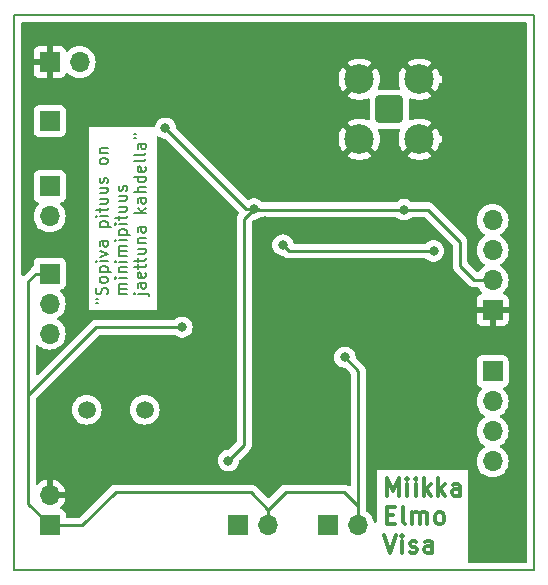
<source format=gbl>
G04 #@! TF.GenerationSoftware,KiCad,Pcbnew,7.0.9-7.0.9~ubuntu22.04.1*
G04 #@! TF.CreationDate,2023-11-28T09:56:04+02:00*
G04 #@! TF.ProjectId,elepajaradio,656c6570-616a-4617-9261-64696f2e6b69,rev?*
G04 #@! TF.SameCoordinates,Original*
G04 #@! TF.FileFunction,Copper,L2,Bot*
G04 #@! TF.FilePolarity,Positive*
%FSLAX46Y46*%
G04 Gerber Fmt 4.6, Leading zero omitted, Abs format (unit mm)*
G04 Created by KiCad (PCBNEW 7.0.9-7.0.9~ubuntu22.04.1) date 2023-11-28 09:56:04*
%MOMM*%
%LPD*%
G01*
G04 APERTURE LIST*
G04 Aperture macros list*
%AMRoundRect*
0 Rectangle with rounded corners*
0 $1 Rounding radius*
0 $2 $3 $4 $5 $6 $7 $8 $9 X,Y pos of 4 corners*
0 Add a 4 corners polygon primitive as box body*
4,1,4,$2,$3,$4,$5,$6,$7,$8,$9,$2,$3,0*
0 Add four circle primitives for the rounded corners*
1,1,$1+$1,$2,$3*
1,1,$1+$1,$4,$5*
1,1,$1+$1,$6,$7*
1,1,$1+$1,$8,$9*
0 Add four rect primitives between the rounded corners*
20,1,$1+$1,$2,$3,$4,$5,0*
20,1,$1+$1,$4,$5,$6,$7,0*
20,1,$1+$1,$6,$7,$8,$9,0*
20,1,$1+$1,$8,$9,$2,$3,0*%
G04 Aperture macros list end*
%ADD10C,0.200000*%
G04 #@! TA.AperFunction,NonConductor*
%ADD11C,0.200000*%
G04 #@! TD*
%ADD12C,0.300000*%
G04 #@! TA.AperFunction,NonConductor*
%ADD13C,0.300000*%
G04 #@! TD*
G04 #@! TA.AperFunction,ComponentPad*
%ADD14RoundRect,0.200100X-0.949900X0.949900X-0.949900X-0.949900X0.949900X-0.949900X0.949900X0.949900X0*%
G04 #@! TD*
G04 #@! TA.AperFunction,ComponentPad*
%ADD15C,2.500000*%
G04 #@! TD*
G04 #@! TA.AperFunction,ComponentPad*
%ADD16R,1.700000X1.700000*%
G04 #@! TD*
G04 #@! TA.AperFunction,ComponentPad*
%ADD17O,1.700000X1.700000*%
G04 #@! TD*
G04 #@! TA.AperFunction,ComponentPad*
%ADD18C,1.500000*%
G04 #@! TD*
G04 #@! TA.AperFunction,ViaPad*
%ADD19C,0.800000*%
G04 #@! TD*
G04 #@! TA.AperFunction,Conductor*
%ADD20C,0.250000*%
G04 #@! TD*
G04 APERTURE END LIST*
D10*
D11*
X128897219Y-95427945D02*
X129087695Y-95427945D01*
X128897219Y-95046993D02*
X129087695Y-95046993D01*
X129849600Y-94666040D02*
X129897219Y-94523183D01*
X129897219Y-94523183D02*
X129897219Y-94285088D01*
X129897219Y-94285088D02*
X129849600Y-94189850D01*
X129849600Y-94189850D02*
X129801980Y-94142231D01*
X129801980Y-94142231D02*
X129706742Y-94094612D01*
X129706742Y-94094612D02*
X129611504Y-94094612D01*
X129611504Y-94094612D02*
X129516266Y-94142231D01*
X129516266Y-94142231D02*
X129468647Y-94189850D01*
X129468647Y-94189850D02*
X129421028Y-94285088D01*
X129421028Y-94285088D02*
X129373409Y-94475564D01*
X129373409Y-94475564D02*
X129325790Y-94570802D01*
X129325790Y-94570802D02*
X129278171Y-94618421D01*
X129278171Y-94618421D02*
X129182933Y-94666040D01*
X129182933Y-94666040D02*
X129087695Y-94666040D01*
X129087695Y-94666040D02*
X128992457Y-94618421D01*
X128992457Y-94618421D02*
X128944838Y-94570802D01*
X128944838Y-94570802D02*
X128897219Y-94475564D01*
X128897219Y-94475564D02*
X128897219Y-94237469D01*
X128897219Y-94237469D02*
X128944838Y-94094612D01*
X129897219Y-93523183D02*
X129849600Y-93618421D01*
X129849600Y-93618421D02*
X129801980Y-93666040D01*
X129801980Y-93666040D02*
X129706742Y-93713659D01*
X129706742Y-93713659D02*
X129421028Y-93713659D01*
X129421028Y-93713659D02*
X129325790Y-93666040D01*
X129325790Y-93666040D02*
X129278171Y-93618421D01*
X129278171Y-93618421D02*
X129230552Y-93523183D01*
X129230552Y-93523183D02*
X129230552Y-93380326D01*
X129230552Y-93380326D02*
X129278171Y-93285088D01*
X129278171Y-93285088D02*
X129325790Y-93237469D01*
X129325790Y-93237469D02*
X129421028Y-93189850D01*
X129421028Y-93189850D02*
X129706742Y-93189850D01*
X129706742Y-93189850D02*
X129801980Y-93237469D01*
X129801980Y-93237469D02*
X129849600Y-93285088D01*
X129849600Y-93285088D02*
X129897219Y-93380326D01*
X129897219Y-93380326D02*
X129897219Y-93523183D01*
X129230552Y-92761278D02*
X130230552Y-92761278D01*
X129278171Y-92761278D02*
X129230552Y-92666040D01*
X129230552Y-92666040D02*
X129230552Y-92475564D01*
X129230552Y-92475564D02*
X129278171Y-92380326D01*
X129278171Y-92380326D02*
X129325790Y-92332707D01*
X129325790Y-92332707D02*
X129421028Y-92285088D01*
X129421028Y-92285088D02*
X129706742Y-92285088D01*
X129706742Y-92285088D02*
X129801980Y-92332707D01*
X129801980Y-92332707D02*
X129849600Y-92380326D01*
X129849600Y-92380326D02*
X129897219Y-92475564D01*
X129897219Y-92475564D02*
X129897219Y-92666040D01*
X129897219Y-92666040D02*
X129849600Y-92761278D01*
X129897219Y-91856516D02*
X129230552Y-91856516D01*
X128897219Y-91856516D02*
X128944838Y-91904135D01*
X128944838Y-91904135D02*
X128992457Y-91856516D01*
X128992457Y-91856516D02*
X128944838Y-91808897D01*
X128944838Y-91808897D02*
X128897219Y-91856516D01*
X128897219Y-91856516D02*
X128992457Y-91856516D01*
X129230552Y-91475564D02*
X129897219Y-91237469D01*
X129897219Y-91237469D02*
X129230552Y-90999374D01*
X129897219Y-90189850D02*
X129373409Y-90189850D01*
X129373409Y-90189850D02*
X129278171Y-90237469D01*
X129278171Y-90237469D02*
X129230552Y-90332707D01*
X129230552Y-90332707D02*
X129230552Y-90523183D01*
X129230552Y-90523183D02*
X129278171Y-90618421D01*
X129849600Y-90189850D02*
X129897219Y-90285088D01*
X129897219Y-90285088D02*
X129897219Y-90523183D01*
X129897219Y-90523183D02*
X129849600Y-90618421D01*
X129849600Y-90618421D02*
X129754361Y-90666040D01*
X129754361Y-90666040D02*
X129659123Y-90666040D01*
X129659123Y-90666040D02*
X129563885Y-90618421D01*
X129563885Y-90618421D02*
X129516266Y-90523183D01*
X129516266Y-90523183D02*
X129516266Y-90285088D01*
X129516266Y-90285088D02*
X129468647Y-90189850D01*
X129230552Y-88951754D02*
X130230552Y-88951754D01*
X129278171Y-88951754D02*
X129230552Y-88856516D01*
X129230552Y-88856516D02*
X129230552Y-88666040D01*
X129230552Y-88666040D02*
X129278171Y-88570802D01*
X129278171Y-88570802D02*
X129325790Y-88523183D01*
X129325790Y-88523183D02*
X129421028Y-88475564D01*
X129421028Y-88475564D02*
X129706742Y-88475564D01*
X129706742Y-88475564D02*
X129801980Y-88523183D01*
X129801980Y-88523183D02*
X129849600Y-88570802D01*
X129849600Y-88570802D02*
X129897219Y-88666040D01*
X129897219Y-88666040D02*
X129897219Y-88856516D01*
X129897219Y-88856516D02*
X129849600Y-88951754D01*
X129897219Y-88046992D02*
X129230552Y-88046992D01*
X128897219Y-88046992D02*
X128944838Y-88094611D01*
X128944838Y-88094611D02*
X128992457Y-88046992D01*
X128992457Y-88046992D02*
X128944838Y-87999373D01*
X128944838Y-87999373D02*
X128897219Y-88046992D01*
X128897219Y-88046992D02*
X128992457Y-88046992D01*
X129230552Y-87713659D02*
X129230552Y-87332707D01*
X128897219Y-87570802D02*
X129754361Y-87570802D01*
X129754361Y-87570802D02*
X129849600Y-87523183D01*
X129849600Y-87523183D02*
X129897219Y-87427945D01*
X129897219Y-87427945D02*
X129897219Y-87332707D01*
X129230552Y-86570802D02*
X129897219Y-86570802D01*
X129230552Y-86999373D02*
X129754361Y-86999373D01*
X129754361Y-86999373D02*
X129849600Y-86951754D01*
X129849600Y-86951754D02*
X129897219Y-86856516D01*
X129897219Y-86856516D02*
X129897219Y-86713659D01*
X129897219Y-86713659D02*
X129849600Y-86618421D01*
X129849600Y-86618421D02*
X129801980Y-86570802D01*
X129230552Y-85666040D02*
X129897219Y-85666040D01*
X129230552Y-86094611D02*
X129754361Y-86094611D01*
X129754361Y-86094611D02*
X129849600Y-86046992D01*
X129849600Y-86046992D02*
X129897219Y-85951754D01*
X129897219Y-85951754D02*
X129897219Y-85808897D01*
X129897219Y-85808897D02*
X129849600Y-85713659D01*
X129849600Y-85713659D02*
X129801980Y-85666040D01*
X129849600Y-85237468D02*
X129897219Y-85142230D01*
X129897219Y-85142230D02*
X129897219Y-84951754D01*
X129897219Y-84951754D02*
X129849600Y-84856516D01*
X129849600Y-84856516D02*
X129754361Y-84808897D01*
X129754361Y-84808897D02*
X129706742Y-84808897D01*
X129706742Y-84808897D02*
X129611504Y-84856516D01*
X129611504Y-84856516D02*
X129563885Y-84951754D01*
X129563885Y-84951754D02*
X129563885Y-85094611D01*
X129563885Y-85094611D02*
X129516266Y-85189849D01*
X129516266Y-85189849D02*
X129421028Y-85237468D01*
X129421028Y-85237468D02*
X129373409Y-85237468D01*
X129373409Y-85237468D02*
X129278171Y-85189849D01*
X129278171Y-85189849D02*
X129230552Y-85094611D01*
X129230552Y-85094611D02*
X129230552Y-84951754D01*
X129230552Y-84951754D02*
X129278171Y-84856516D01*
X129897219Y-83475563D02*
X129849600Y-83570801D01*
X129849600Y-83570801D02*
X129801980Y-83618420D01*
X129801980Y-83618420D02*
X129706742Y-83666039D01*
X129706742Y-83666039D02*
X129421028Y-83666039D01*
X129421028Y-83666039D02*
X129325790Y-83618420D01*
X129325790Y-83618420D02*
X129278171Y-83570801D01*
X129278171Y-83570801D02*
X129230552Y-83475563D01*
X129230552Y-83475563D02*
X129230552Y-83332706D01*
X129230552Y-83332706D02*
X129278171Y-83237468D01*
X129278171Y-83237468D02*
X129325790Y-83189849D01*
X129325790Y-83189849D02*
X129421028Y-83142230D01*
X129421028Y-83142230D02*
X129706742Y-83142230D01*
X129706742Y-83142230D02*
X129801980Y-83189849D01*
X129801980Y-83189849D02*
X129849600Y-83237468D01*
X129849600Y-83237468D02*
X129897219Y-83332706D01*
X129897219Y-83332706D02*
X129897219Y-83475563D01*
X129230552Y-82713658D02*
X129897219Y-82713658D01*
X129325790Y-82713658D02*
X129278171Y-82666039D01*
X129278171Y-82666039D02*
X129230552Y-82570801D01*
X129230552Y-82570801D02*
X129230552Y-82427944D01*
X129230552Y-82427944D02*
X129278171Y-82332706D01*
X129278171Y-82332706D02*
X129373409Y-82285087D01*
X129373409Y-82285087D02*
X129897219Y-82285087D01*
X131507219Y-94618421D02*
X130840552Y-94618421D01*
X130935790Y-94618421D02*
X130888171Y-94570802D01*
X130888171Y-94570802D02*
X130840552Y-94475564D01*
X130840552Y-94475564D02*
X130840552Y-94332707D01*
X130840552Y-94332707D02*
X130888171Y-94237469D01*
X130888171Y-94237469D02*
X130983409Y-94189850D01*
X130983409Y-94189850D02*
X131507219Y-94189850D01*
X130983409Y-94189850D02*
X130888171Y-94142231D01*
X130888171Y-94142231D02*
X130840552Y-94046993D01*
X130840552Y-94046993D02*
X130840552Y-93904136D01*
X130840552Y-93904136D02*
X130888171Y-93808897D01*
X130888171Y-93808897D02*
X130983409Y-93761278D01*
X130983409Y-93761278D02*
X131507219Y-93761278D01*
X131507219Y-93285088D02*
X130840552Y-93285088D01*
X130507219Y-93285088D02*
X130554838Y-93332707D01*
X130554838Y-93332707D02*
X130602457Y-93285088D01*
X130602457Y-93285088D02*
X130554838Y-93237469D01*
X130554838Y-93237469D02*
X130507219Y-93285088D01*
X130507219Y-93285088D02*
X130602457Y-93285088D01*
X130840552Y-92808898D02*
X131507219Y-92808898D01*
X130935790Y-92808898D02*
X130888171Y-92761279D01*
X130888171Y-92761279D02*
X130840552Y-92666041D01*
X130840552Y-92666041D02*
X130840552Y-92523184D01*
X130840552Y-92523184D02*
X130888171Y-92427946D01*
X130888171Y-92427946D02*
X130983409Y-92380327D01*
X130983409Y-92380327D02*
X131507219Y-92380327D01*
X131507219Y-91904136D02*
X130840552Y-91904136D01*
X130507219Y-91904136D02*
X130554838Y-91951755D01*
X130554838Y-91951755D02*
X130602457Y-91904136D01*
X130602457Y-91904136D02*
X130554838Y-91856517D01*
X130554838Y-91856517D02*
X130507219Y-91904136D01*
X130507219Y-91904136D02*
X130602457Y-91904136D01*
X131507219Y-91427946D02*
X130840552Y-91427946D01*
X130935790Y-91427946D02*
X130888171Y-91380327D01*
X130888171Y-91380327D02*
X130840552Y-91285089D01*
X130840552Y-91285089D02*
X130840552Y-91142232D01*
X130840552Y-91142232D02*
X130888171Y-91046994D01*
X130888171Y-91046994D02*
X130983409Y-90999375D01*
X130983409Y-90999375D02*
X131507219Y-90999375D01*
X130983409Y-90999375D02*
X130888171Y-90951756D01*
X130888171Y-90951756D02*
X130840552Y-90856518D01*
X130840552Y-90856518D02*
X130840552Y-90713661D01*
X130840552Y-90713661D02*
X130888171Y-90618422D01*
X130888171Y-90618422D02*
X130983409Y-90570803D01*
X130983409Y-90570803D02*
X131507219Y-90570803D01*
X131507219Y-90094613D02*
X130840552Y-90094613D01*
X130507219Y-90094613D02*
X130554838Y-90142232D01*
X130554838Y-90142232D02*
X130602457Y-90094613D01*
X130602457Y-90094613D02*
X130554838Y-90046994D01*
X130554838Y-90046994D02*
X130507219Y-90094613D01*
X130507219Y-90094613D02*
X130602457Y-90094613D01*
X130840552Y-89618423D02*
X131840552Y-89618423D01*
X130888171Y-89618423D02*
X130840552Y-89523185D01*
X130840552Y-89523185D02*
X130840552Y-89332709D01*
X130840552Y-89332709D02*
X130888171Y-89237471D01*
X130888171Y-89237471D02*
X130935790Y-89189852D01*
X130935790Y-89189852D02*
X131031028Y-89142233D01*
X131031028Y-89142233D02*
X131316742Y-89142233D01*
X131316742Y-89142233D02*
X131411980Y-89189852D01*
X131411980Y-89189852D02*
X131459600Y-89237471D01*
X131459600Y-89237471D02*
X131507219Y-89332709D01*
X131507219Y-89332709D02*
X131507219Y-89523185D01*
X131507219Y-89523185D02*
X131459600Y-89618423D01*
X131507219Y-88713661D02*
X130840552Y-88713661D01*
X130507219Y-88713661D02*
X130554838Y-88761280D01*
X130554838Y-88761280D02*
X130602457Y-88713661D01*
X130602457Y-88713661D02*
X130554838Y-88666042D01*
X130554838Y-88666042D02*
X130507219Y-88713661D01*
X130507219Y-88713661D02*
X130602457Y-88713661D01*
X130840552Y-88380328D02*
X130840552Y-87999376D01*
X130507219Y-88237471D02*
X131364361Y-88237471D01*
X131364361Y-88237471D02*
X131459600Y-88189852D01*
X131459600Y-88189852D02*
X131507219Y-88094614D01*
X131507219Y-88094614D02*
X131507219Y-87999376D01*
X130840552Y-87237471D02*
X131507219Y-87237471D01*
X130840552Y-87666042D02*
X131364361Y-87666042D01*
X131364361Y-87666042D02*
X131459600Y-87618423D01*
X131459600Y-87618423D02*
X131507219Y-87523185D01*
X131507219Y-87523185D02*
X131507219Y-87380328D01*
X131507219Y-87380328D02*
X131459600Y-87285090D01*
X131459600Y-87285090D02*
X131411980Y-87237471D01*
X130840552Y-86332709D02*
X131507219Y-86332709D01*
X130840552Y-86761280D02*
X131364361Y-86761280D01*
X131364361Y-86761280D02*
X131459600Y-86713661D01*
X131459600Y-86713661D02*
X131507219Y-86618423D01*
X131507219Y-86618423D02*
X131507219Y-86475566D01*
X131507219Y-86475566D02*
X131459600Y-86380328D01*
X131459600Y-86380328D02*
X131411980Y-86332709D01*
X131459600Y-85904137D02*
X131507219Y-85808899D01*
X131507219Y-85808899D02*
X131507219Y-85618423D01*
X131507219Y-85618423D02*
X131459600Y-85523185D01*
X131459600Y-85523185D02*
X131364361Y-85475566D01*
X131364361Y-85475566D02*
X131316742Y-85475566D01*
X131316742Y-85475566D02*
X131221504Y-85523185D01*
X131221504Y-85523185D02*
X131173885Y-85618423D01*
X131173885Y-85618423D02*
X131173885Y-85761280D01*
X131173885Y-85761280D02*
X131126266Y-85856518D01*
X131126266Y-85856518D02*
X131031028Y-85904137D01*
X131031028Y-85904137D02*
X130983409Y-85904137D01*
X130983409Y-85904137D02*
X130888171Y-85856518D01*
X130888171Y-85856518D02*
X130840552Y-85761280D01*
X130840552Y-85761280D02*
X130840552Y-85618423D01*
X130840552Y-85618423D02*
X130888171Y-85523185D01*
X132450552Y-94618421D02*
X133307695Y-94618421D01*
X133307695Y-94618421D02*
X133402933Y-94666040D01*
X133402933Y-94666040D02*
X133450552Y-94761278D01*
X133450552Y-94761278D02*
X133450552Y-94808897D01*
X132117219Y-94618421D02*
X132164838Y-94666040D01*
X132164838Y-94666040D02*
X132212457Y-94618421D01*
X132212457Y-94618421D02*
X132164838Y-94570802D01*
X132164838Y-94570802D02*
X132117219Y-94618421D01*
X132117219Y-94618421D02*
X132212457Y-94618421D01*
X133117219Y-93713660D02*
X132593409Y-93713660D01*
X132593409Y-93713660D02*
X132498171Y-93761279D01*
X132498171Y-93761279D02*
X132450552Y-93856517D01*
X132450552Y-93856517D02*
X132450552Y-94046993D01*
X132450552Y-94046993D02*
X132498171Y-94142231D01*
X133069600Y-93713660D02*
X133117219Y-93808898D01*
X133117219Y-93808898D02*
X133117219Y-94046993D01*
X133117219Y-94046993D02*
X133069600Y-94142231D01*
X133069600Y-94142231D02*
X132974361Y-94189850D01*
X132974361Y-94189850D02*
X132879123Y-94189850D01*
X132879123Y-94189850D02*
X132783885Y-94142231D01*
X132783885Y-94142231D02*
X132736266Y-94046993D01*
X132736266Y-94046993D02*
X132736266Y-93808898D01*
X132736266Y-93808898D02*
X132688647Y-93713660D01*
X133069600Y-92856517D02*
X133117219Y-92951755D01*
X133117219Y-92951755D02*
X133117219Y-93142231D01*
X133117219Y-93142231D02*
X133069600Y-93237469D01*
X133069600Y-93237469D02*
X132974361Y-93285088D01*
X132974361Y-93285088D02*
X132593409Y-93285088D01*
X132593409Y-93285088D02*
X132498171Y-93237469D01*
X132498171Y-93237469D02*
X132450552Y-93142231D01*
X132450552Y-93142231D02*
X132450552Y-92951755D01*
X132450552Y-92951755D02*
X132498171Y-92856517D01*
X132498171Y-92856517D02*
X132593409Y-92808898D01*
X132593409Y-92808898D02*
X132688647Y-92808898D01*
X132688647Y-92808898D02*
X132783885Y-93285088D01*
X132450552Y-92523183D02*
X132450552Y-92142231D01*
X132117219Y-92380326D02*
X132974361Y-92380326D01*
X132974361Y-92380326D02*
X133069600Y-92332707D01*
X133069600Y-92332707D02*
X133117219Y-92237469D01*
X133117219Y-92237469D02*
X133117219Y-92142231D01*
X132450552Y-91951754D02*
X132450552Y-91570802D01*
X132117219Y-91808897D02*
X132974361Y-91808897D01*
X132974361Y-91808897D02*
X133069600Y-91761278D01*
X133069600Y-91761278D02*
X133117219Y-91666040D01*
X133117219Y-91666040D02*
X133117219Y-91570802D01*
X132450552Y-90808897D02*
X133117219Y-90808897D01*
X132450552Y-91237468D02*
X132974361Y-91237468D01*
X132974361Y-91237468D02*
X133069600Y-91189849D01*
X133069600Y-91189849D02*
X133117219Y-91094611D01*
X133117219Y-91094611D02*
X133117219Y-90951754D01*
X133117219Y-90951754D02*
X133069600Y-90856516D01*
X133069600Y-90856516D02*
X133021980Y-90808897D01*
X132450552Y-90332706D02*
X133117219Y-90332706D01*
X132545790Y-90332706D02*
X132498171Y-90285087D01*
X132498171Y-90285087D02*
X132450552Y-90189849D01*
X132450552Y-90189849D02*
X132450552Y-90046992D01*
X132450552Y-90046992D02*
X132498171Y-89951754D01*
X132498171Y-89951754D02*
X132593409Y-89904135D01*
X132593409Y-89904135D02*
X133117219Y-89904135D01*
X133117219Y-88999373D02*
X132593409Y-88999373D01*
X132593409Y-88999373D02*
X132498171Y-89046992D01*
X132498171Y-89046992D02*
X132450552Y-89142230D01*
X132450552Y-89142230D02*
X132450552Y-89332706D01*
X132450552Y-89332706D02*
X132498171Y-89427944D01*
X133069600Y-88999373D02*
X133117219Y-89094611D01*
X133117219Y-89094611D02*
X133117219Y-89332706D01*
X133117219Y-89332706D02*
X133069600Y-89427944D01*
X133069600Y-89427944D02*
X132974361Y-89475563D01*
X132974361Y-89475563D02*
X132879123Y-89475563D01*
X132879123Y-89475563D02*
X132783885Y-89427944D01*
X132783885Y-89427944D02*
X132736266Y-89332706D01*
X132736266Y-89332706D02*
X132736266Y-89094611D01*
X132736266Y-89094611D02*
X132688647Y-88999373D01*
X133117219Y-87761277D02*
X132117219Y-87761277D01*
X132736266Y-87666039D02*
X133117219Y-87380325D01*
X132450552Y-87380325D02*
X132831504Y-87761277D01*
X133117219Y-86523182D02*
X132593409Y-86523182D01*
X132593409Y-86523182D02*
X132498171Y-86570801D01*
X132498171Y-86570801D02*
X132450552Y-86666039D01*
X132450552Y-86666039D02*
X132450552Y-86856515D01*
X132450552Y-86856515D02*
X132498171Y-86951753D01*
X133069600Y-86523182D02*
X133117219Y-86618420D01*
X133117219Y-86618420D02*
X133117219Y-86856515D01*
X133117219Y-86856515D02*
X133069600Y-86951753D01*
X133069600Y-86951753D02*
X132974361Y-86999372D01*
X132974361Y-86999372D02*
X132879123Y-86999372D01*
X132879123Y-86999372D02*
X132783885Y-86951753D01*
X132783885Y-86951753D02*
X132736266Y-86856515D01*
X132736266Y-86856515D02*
X132736266Y-86618420D01*
X132736266Y-86618420D02*
X132688647Y-86523182D01*
X133117219Y-86046991D02*
X132117219Y-86046991D01*
X133117219Y-85618420D02*
X132593409Y-85618420D01*
X132593409Y-85618420D02*
X132498171Y-85666039D01*
X132498171Y-85666039D02*
X132450552Y-85761277D01*
X132450552Y-85761277D02*
X132450552Y-85904134D01*
X132450552Y-85904134D02*
X132498171Y-85999372D01*
X132498171Y-85999372D02*
X132545790Y-86046991D01*
X133117219Y-84713658D02*
X132117219Y-84713658D01*
X133069600Y-84713658D02*
X133117219Y-84808896D01*
X133117219Y-84808896D02*
X133117219Y-84999372D01*
X133117219Y-84999372D02*
X133069600Y-85094610D01*
X133069600Y-85094610D02*
X133021980Y-85142229D01*
X133021980Y-85142229D02*
X132926742Y-85189848D01*
X132926742Y-85189848D02*
X132641028Y-85189848D01*
X132641028Y-85189848D02*
X132545790Y-85142229D01*
X132545790Y-85142229D02*
X132498171Y-85094610D01*
X132498171Y-85094610D02*
X132450552Y-84999372D01*
X132450552Y-84999372D02*
X132450552Y-84808896D01*
X132450552Y-84808896D02*
X132498171Y-84713658D01*
X133069600Y-83856515D02*
X133117219Y-83951753D01*
X133117219Y-83951753D02*
X133117219Y-84142229D01*
X133117219Y-84142229D02*
X133069600Y-84237467D01*
X133069600Y-84237467D02*
X132974361Y-84285086D01*
X132974361Y-84285086D02*
X132593409Y-84285086D01*
X132593409Y-84285086D02*
X132498171Y-84237467D01*
X132498171Y-84237467D02*
X132450552Y-84142229D01*
X132450552Y-84142229D02*
X132450552Y-83951753D01*
X132450552Y-83951753D02*
X132498171Y-83856515D01*
X132498171Y-83856515D02*
X132593409Y-83808896D01*
X132593409Y-83808896D02*
X132688647Y-83808896D01*
X132688647Y-83808896D02*
X132783885Y-84285086D01*
X133117219Y-83237467D02*
X133069600Y-83332705D01*
X133069600Y-83332705D02*
X132974361Y-83380324D01*
X132974361Y-83380324D02*
X132117219Y-83380324D01*
X133117219Y-82713657D02*
X133069600Y-82808895D01*
X133069600Y-82808895D02*
X132974361Y-82856514D01*
X132974361Y-82856514D02*
X132117219Y-82856514D01*
X133117219Y-81904133D02*
X132593409Y-81904133D01*
X132593409Y-81904133D02*
X132498171Y-81951752D01*
X132498171Y-81951752D02*
X132450552Y-82046990D01*
X132450552Y-82046990D02*
X132450552Y-82237466D01*
X132450552Y-82237466D02*
X132498171Y-82332704D01*
X133069600Y-81904133D02*
X133117219Y-81999371D01*
X133117219Y-81999371D02*
X133117219Y-82237466D01*
X133117219Y-82237466D02*
X133069600Y-82332704D01*
X133069600Y-82332704D02*
X132974361Y-82380323D01*
X132974361Y-82380323D02*
X132879123Y-82380323D01*
X132879123Y-82380323D02*
X132783885Y-82332704D01*
X132783885Y-82332704D02*
X132736266Y-82237466D01*
X132736266Y-82237466D02*
X132736266Y-81999371D01*
X132736266Y-81999371D02*
X132688647Y-81904133D01*
X132117219Y-81475561D02*
X132307695Y-81475561D01*
X132117219Y-81094609D02*
X132307695Y-81094609D01*
D12*
D13*
X153554510Y-111720828D02*
X153554510Y-110220828D01*
X153554510Y-110220828D02*
X154054510Y-111292257D01*
X154054510Y-111292257D02*
X154554510Y-110220828D01*
X154554510Y-110220828D02*
X154554510Y-111720828D01*
X155268796Y-111720828D02*
X155268796Y-110720828D01*
X155268796Y-110220828D02*
X155197368Y-110292257D01*
X155197368Y-110292257D02*
X155268796Y-110363685D01*
X155268796Y-110363685D02*
X155340225Y-110292257D01*
X155340225Y-110292257D02*
X155268796Y-110220828D01*
X155268796Y-110220828D02*
X155268796Y-110363685D01*
X155983082Y-111720828D02*
X155983082Y-110720828D01*
X155983082Y-110220828D02*
X155911654Y-110292257D01*
X155911654Y-110292257D02*
X155983082Y-110363685D01*
X155983082Y-110363685D02*
X156054511Y-110292257D01*
X156054511Y-110292257D02*
X155983082Y-110220828D01*
X155983082Y-110220828D02*
X155983082Y-110363685D01*
X156697368Y-111720828D02*
X156697368Y-110220828D01*
X156840226Y-111149400D02*
X157268797Y-111720828D01*
X157268797Y-110720828D02*
X156697368Y-111292257D01*
X157911654Y-111720828D02*
X157911654Y-110220828D01*
X158054512Y-111149400D02*
X158483083Y-111720828D01*
X158483083Y-110720828D02*
X157911654Y-111292257D01*
X159768798Y-111720828D02*
X159768798Y-110935114D01*
X159768798Y-110935114D02*
X159697369Y-110792257D01*
X159697369Y-110792257D02*
X159554512Y-110720828D01*
X159554512Y-110720828D02*
X159268798Y-110720828D01*
X159268798Y-110720828D02*
X159125940Y-110792257D01*
X159768798Y-111649400D02*
X159625940Y-111720828D01*
X159625940Y-111720828D02*
X159268798Y-111720828D01*
X159268798Y-111720828D02*
X159125940Y-111649400D01*
X159125940Y-111649400D02*
X159054512Y-111506542D01*
X159054512Y-111506542D02*
X159054512Y-111363685D01*
X159054512Y-111363685D02*
X159125940Y-111220828D01*
X159125940Y-111220828D02*
X159268798Y-111149400D01*
X159268798Y-111149400D02*
X159625940Y-111149400D01*
X159625940Y-111149400D02*
X159768798Y-111077971D01*
X153554510Y-113350114D02*
X154054510Y-113350114D01*
X154268796Y-114135828D02*
X153554510Y-114135828D01*
X153554510Y-114135828D02*
X153554510Y-112635828D01*
X153554510Y-112635828D02*
X154268796Y-112635828D01*
X155125939Y-114135828D02*
X154983082Y-114064400D01*
X154983082Y-114064400D02*
X154911653Y-113921542D01*
X154911653Y-113921542D02*
X154911653Y-112635828D01*
X155697367Y-114135828D02*
X155697367Y-113135828D01*
X155697367Y-113278685D02*
X155768796Y-113207257D01*
X155768796Y-113207257D02*
X155911653Y-113135828D01*
X155911653Y-113135828D02*
X156125939Y-113135828D01*
X156125939Y-113135828D02*
X156268796Y-113207257D01*
X156268796Y-113207257D02*
X156340225Y-113350114D01*
X156340225Y-113350114D02*
X156340225Y-114135828D01*
X156340225Y-113350114D02*
X156411653Y-113207257D01*
X156411653Y-113207257D02*
X156554510Y-113135828D01*
X156554510Y-113135828D02*
X156768796Y-113135828D01*
X156768796Y-113135828D02*
X156911653Y-113207257D01*
X156911653Y-113207257D02*
X156983082Y-113350114D01*
X156983082Y-113350114D02*
X156983082Y-114135828D01*
X157911653Y-114135828D02*
X157768796Y-114064400D01*
X157768796Y-114064400D02*
X157697367Y-113992971D01*
X157697367Y-113992971D02*
X157625939Y-113850114D01*
X157625939Y-113850114D02*
X157625939Y-113421542D01*
X157625939Y-113421542D02*
X157697367Y-113278685D01*
X157697367Y-113278685D02*
X157768796Y-113207257D01*
X157768796Y-113207257D02*
X157911653Y-113135828D01*
X157911653Y-113135828D02*
X158125939Y-113135828D01*
X158125939Y-113135828D02*
X158268796Y-113207257D01*
X158268796Y-113207257D02*
X158340225Y-113278685D01*
X158340225Y-113278685D02*
X158411653Y-113421542D01*
X158411653Y-113421542D02*
X158411653Y-113850114D01*
X158411653Y-113850114D02*
X158340225Y-113992971D01*
X158340225Y-113992971D02*
X158268796Y-114064400D01*
X158268796Y-114064400D02*
X158125939Y-114135828D01*
X158125939Y-114135828D02*
X157911653Y-114135828D01*
X153340225Y-115050828D02*
X153840225Y-116550828D01*
X153840225Y-116550828D02*
X154340225Y-115050828D01*
X154840224Y-116550828D02*
X154840224Y-115550828D01*
X154840224Y-115050828D02*
X154768796Y-115122257D01*
X154768796Y-115122257D02*
X154840224Y-115193685D01*
X154840224Y-115193685D02*
X154911653Y-115122257D01*
X154911653Y-115122257D02*
X154840224Y-115050828D01*
X154840224Y-115050828D02*
X154840224Y-115193685D01*
X155483082Y-116479400D02*
X155625939Y-116550828D01*
X155625939Y-116550828D02*
X155911653Y-116550828D01*
X155911653Y-116550828D02*
X156054510Y-116479400D01*
X156054510Y-116479400D02*
X156125939Y-116336542D01*
X156125939Y-116336542D02*
X156125939Y-116265114D01*
X156125939Y-116265114D02*
X156054510Y-116122257D01*
X156054510Y-116122257D02*
X155911653Y-116050828D01*
X155911653Y-116050828D02*
X155697368Y-116050828D01*
X155697368Y-116050828D02*
X155554510Y-115979400D01*
X155554510Y-115979400D02*
X155483082Y-115836542D01*
X155483082Y-115836542D02*
X155483082Y-115765114D01*
X155483082Y-115765114D02*
X155554510Y-115622257D01*
X155554510Y-115622257D02*
X155697368Y-115550828D01*
X155697368Y-115550828D02*
X155911653Y-115550828D01*
X155911653Y-115550828D02*
X156054510Y-115622257D01*
X157411654Y-116550828D02*
X157411654Y-115765114D01*
X157411654Y-115765114D02*
X157340225Y-115622257D01*
X157340225Y-115622257D02*
X157197368Y-115550828D01*
X157197368Y-115550828D02*
X156911654Y-115550828D01*
X156911654Y-115550828D02*
X156768796Y-115622257D01*
X157411654Y-116479400D02*
X157268796Y-116550828D01*
X157268796Y-116550828D02*
X156911654Y-116550828D01*
X156911654Y-116550828D02*
X156768796Y-116479400D01*
X156768796Y-116479400D02*
X156697368Y-116336542D01*
X156697368Y-116336542D02*
X156697368Y-116193685D01*
X156697368Y-116193685D02*
X156768796Y-116050828D01*
X156768796Y-116050828D02*
X156911654Y-115979400D01*
X156911654Y-115979400D02*
X157268796Y-115979400D01*
X157268796Y-115979400D02*
X157411654Y-115907971D01*
D11*
X122000000Y-71000000D02*
X166000000Y-71000000D01*
X166000000Y-118000000D01*
X122000000Y-118000000D01*
X122000000Y-71000000D01*
D14*
X153750000Y-79000000D03*
D15*
X156290000Y-76460000D03*
X151210000Y-76460000D03*
X156290000Y-81540000D03*
X151210000Y-81540000D03*
D16*
X140970000Y-114230000D03*
D17*
X143510000Y-114230000D03*
D16*
X125000000Y-80000000D03*
X148590000Y-114230000D03*
D17*
X151130000Y-114230000D03*
D18*
X133050000Y-104450000D03*
X128150000Y-104450000D03*
D16*
X162500000Y-101190000D03*
D17*
X162500000Y-103730000D03*
X162500000Y-106270000D03*
X162500000Y-108810000D03*
D16*
X125000000Y-75000000D03*
D17*
X127540000Y-75000000D03*
D16*
X125000000Y-92915000D03*
D17*
X125000000Y-95455000D03*
X125000000Y-97995000D03*
D16*
X125000000Y-114230000D03*
D17*
X125000000Y-111690000D03*
D16*
X125000000Y-85525000D03*
D17*
X125000000Y-88065000D03*
D16*
X162500000Y-96000000D03*
D17*
X162500000Y-93460000D03*
X162500000Y-90920000D03*
X162500000Y-88380000D03*
D19*
X143250000Y-88500000D03*
X137587299Y-98412701D03*
X136200000Y-97450000D03*
X150000000Y-100000000D03*
X142290000Y-87440000D03*
X155000000Y-87500000D03*
X134800000Y-80600000D03*
X140137119Y-108740000D03*
X144750000Y-90500000D03*
X157500000Y-91000000D03*
D20*
X137587299Y-98412701D02*
X137000000Y-99000000D01*
X123865000Y-92915000D02*
X123200000Y-93580000D01*
X151130000Y-112600000D02*
X149930000Y-111400000D01*
X151130000Y-101130000D02*
X151130000Y-112600000D01*
X123200000Y-112430000D02*
X125000000Y-114230000D01*
X149930000Y-111400000D02*
X145000000Y-111400000D01*
X151130000Y-112600000D02*
X151130000Y-114230000D01*
X127770000Y-114230000D02*
X125000000Y-114230000D01*
X136200000Y-97450000D02*
X128950000Y-97450000D01*
X142020000Y-111400000D02*
X130600000Y-111400000D01*
X125000000Y-92915000D02*
X123865000Y-92915000D01*
X123200000Y-93580000D02*
X123200000Y-103200000D01*
X130600000Y-111400000D02*
X127770000Y-114230000D01*
X145000000Y-111400000D02*
X143510000Y-112890000D01*
X143510000Y-112890000D02*
X143510000Y-114230000D01*
X143510000Y-112890000D02*
X142020000Y-111400000D01*
X123200000Y-103200000D02*
X123200000Y-112430000D01*
X150000000Y-100000000D02*
X151130000Y-101130000D01*
X128950000Y-97450000D02*
X123200000Y-103200000D01*
X141478000Y-88252000D02*
X141478000Y-107399119D01*
X136650000Y-82450000D02*
X134800000Y-80600000D01*
X141640000Y-87440000D02*
X142290000Y-87440000D01*
X142350000Y-87500000D02*
X142290000Y-87440000D01*
X162500000Y-93460000D02*
X160960000Y-93460000D01*
X155000000Y-87500000D02*
X142350000Y-87500000D01*
X157000000Y-87500000D02*
X155000000Y-87500000D01*
X134800000Y-80600000D02*
X141640000Y-87440000D01*
X159750000Y-92250000D02*
X159750000Y-90250000D01*
X160960000Y-93460000D02*
X159750000Y-92250000D01*
X142290000Y-87440000D02*
X141478000Y-88252000D01*
X159750000Y-90250000D02*
X157000000Y-87500000D01*
X141478000Y-107399119D02*
X140137119Y-108740000D01*
X142715305Y-87440000D02*
X142290000Y-87440000D01*
X157500000Y-91000000D02*
X145250000Y-91000000D01*
X145250000Y-91000000D02*
X144750000Y-90500000D01*
G04 #@! TA.AperFunction,Conductor*
G36*
X158170016Y-76724092D02*
G01*
X158225520Y-76766532D01*
X158249268Y-76832242D01*
X158249500Y-76839826D01*
X158249500Y-81160173D01*
X158229815Y-81227212D01*
X158177011Y-81272967D01*
X158107853Y-81282911D01*
X158044297Y-81253886D01*
X158006523Y-81195108D01*
X158004609Y-81187765D01*
X157966941Y-81022729D01*
X157871116Y-80778573D01*
X157871117Y-80778573D01*
X157739971Y-80551426D01*
X157692125Y-80491427D01*
X157041232Y-81142319D01*
X156997684Y-81060178D01*
X156877991Y-80919265D01*
X156730805Y-80807377D01*
X156688596Y-80787849D01*
X157339167Y-80137278D01*
X157167447Y-80020202D01*
X157167445Y-80020201D01*
X156931142Y-79906404D01*
X156931144Y-79906404D01*
X156680505Y-79829092D01*
X156680499Y-79829090D01*
X156421151Y-79790000D01*
X156158848Y-79790000D01*
X155899500Y-79829090D01*
X155899494Y-79829092D01*
X155648858Y-79906404D01*
X155648854Y-79906405D01*
X155578302Y-79940382D01*
X155509360Y-79951734D01*
X155445226Y-79924012D01*
X155406260Y-79866017D01*
X155400500Y-79828662D01*
X155400500Y-78171338D01*
X155420185Y-78104299D01*
X155472989Y-78058544D01*
X155542147Y-78048600D01*
X155578302Y-78059618D01*
X155648854Y-78093594D01*
X155648858Y-78093595D01*
X155899494Y-78170907D01*
X155899500Y-78170909D01*
X156158848Y-78209999D01*
X156158857Y-78210000D01*
X156421143Y-78210000D01*
X156421151Y-78209999D01*
X156680499Y-78170909D01*
X156680505Y-78170907D01*
X156931143Y-78093595D01*
X157167445Y-77979798D01*
X157167456Y-77979791D01*
X157339167Y-77862720D01*
X156688609Y-77212162D01*
X156807431Y-77140669D01*
X156941658Y-77013523D01*
X157044861Y-76861308D01*
X157692124Y-77508571D01*
X157739974Y-77448570D01*
X157871116Y-77221426D01*
X157966941Y-76977270D01*
X158004609Y-76812234D01*
X158038717Y-76751255D01*
X158100379Y-76718397D01*
X158170016Y-76724092D01*
G37*
G04 #@! TD.AperFunction*
G04 #@! TA.AperFunction,Conductor*
G36*
X165342539Y-71620185D02*
G01*
X165388294Y-71672989D01*
X165399500Y-71724500D01*
X165399500Y-117275500D01*
X165379815Y-117342539D01*
X165327011Y-117388294D01*
X165275500Y-117399500D01*
X160530792Y-117399500D01*
X160463753Y-117379815D01*
X160417998Y-117327011D01*
X160408054Y-117257853D01*
X160424311Y-117222255D01*
X160424311Y-109565037D01*
X152687587Y-109565037D01*
X152687587Y-113883187D01*
X152667902Y-113950226D01*
X152615098Y-113995981D01*
X152545940Y-114005925D01*
X152482384Y-113976900D01*
X152444610Y-113918122D01*
X152443812Y-113915280D01*
X152403905Y-113766344D01*
X152403904Y-113766343D01*
X152403903Y-113766337D01*
X152304035Y-113552171D01*
X152168495Y-113358599D01*
X152168494Y-113358597D01*
X152001402Y-113191506D01*
X152001401Y-113191505D01*
X151868093Y-113098161D01*
X151808376Y-113056347D01*
X151764751Y-113001770D01*
X151755500Y-112954772D01*
X151755500Y-112682737D01*
X151757224Y-112667123D01*
X151756938Y-112667096D01*
X151757672Y-112659333D01*
X151755500Y-112590203D01*
X151755500Y-108810000D01*
X161144341Y-108810000D01*
X161164936Y-109045403D01*
X161164938Y-109045413D01*
X161226094Y-109273655D01*
X161226096Y-109273659D01*
X161226097Y-109273663D01*
X161291019Y-109412888D01*
X161325965Y-109487830D01*
X161325967Y-109487834D01*
X161351395Y-109524148D01*
X161461505Y-109681401D01*
X161628599Y-109848495D01*
X161725384Y-109916265D01*
X161822165Y-109984032D01*
X161822167Y-109984033D01*
X161822170Y-109984035D01*
X162036337Y-110083903D01*
X162264592Y-110145063D01*
X162452918Y-110161539D01*
X162499999Y-110165659D01*
X162500000Y-110165659D01*
X162500001Y-110165659D01*
X162539234Y-110162226D01*
X162735408Y-110145063D01*
X162963663Y-110083903D01*
X163177830Y-109984035D01*
X163371401Y-109848495D01*
X163538495Y-109681401D01*
X163674035Y-109487830D01*
X163773903Y-109273663D01*
X163835063Y-109045408D01*
X163855659Y-108810000D01*
X163835063Y-108574592D01*
X163773903Y-108346337D01*
X163674035Y-108132171D01*
X163628481Y-108067112D01*
X163538494Y-107938597D01*
X163371402Y-107771506D01*
X163371396Y-107771501D01*
X163185842Y-107641575D01*
X163142217Y-107586998D01*
X163135023Y-107517500D01*
X163166546Y-107455145D01*
X163185842Y-107438425D01*
X163288281Y-107366696D01*
X163371401Y-107308495D01*
X163538495Y-107141401D01*
X163674035Y-106947830D01*
X163773903Y-106733663D01*
X163835063Y-106505408D01*
X163855659Y-106270000D01*
X163835063Y-106034592D01*
X163773903Y-105806337D01*
X163674035Y-105592171D01*
X163635476Y-105537102D01*
X163538494Y-105398597D01*
X163371402Y-105231506D01*
X163371396Y-105231501D01*
X163185842Y-105101575D01*
X163142217Y-105046998D01*
X163135023Y-104977500D01*
X163166546Y-104915145D01*
X163185842Y-104898425D01*
X163213124Y-104879322D01*
X163371401Y-104768495D01*
X163538495Y-104601401D01*
X163674035Y-104407830D01*
X163773903Y-104193663D01*
X163835063Y-103965408D01*
X163855659Y-103730000D01*
X163835063Y-103494592D01*
X163773903Y-103266337D01*
X163674035Y-103052171D01*
X163538495Y-102858599D01*
X163416567Y-102736671D01*
X163383084Y-102675351D01*
X163388068Y-102605659D01*
X163429939Y-102549725D01*
X163460915Y-102532810D01*
X163592331Y-102483796D01*
X163707546Y-102397546D01*
X163793796Y-102282331D01*
X163844091Y-102147483D01*
X163850500Y-102087873D01*
X163850499Y-100292128D01*
X163844091Y-100232517D01*
X163793796Y-100097669D01*
X163793795Y-100097668D01*
X163793793Y-100097664D01*
X163707547Y-99982455D01*
X163707544Y-99982452D01*
X163592335Y-99896206D01*
X163592328Y-99896202D01*
X163457482Y-99845908D01*
X163457483Y-99845908D01*
X163397883Y-99839501D01*
X163397881Y-99839500D01*
X163397873Y-99839500D01*
X163397864Y-99839500D01*
X161602129Y-99839500D01*
X161602123Y-99839501D01*
X161542516Y-99845908D01*
X161407671Y-99896202D01*
X161407664Y-99896206D01*
X161292455Y-99982452D01*
X161292452Y-99982455D01*
X161206206Y-100097664D01*
X161206202Y-100097671D01*
X161155908Y-100232517D01*
X161149501Y-100292116D01*
X161149501Y-100292123D01*
X161149500Y-100292135D01*
X161149500Y-102087870D01*
X161149501Y-102087876D01*
X161155908Y-102147483D01*
X161206202Y-102282328D01*
X161206206Y-102282335D01*
X161292452Y-102397544D01*
X161292455Y-102397547D01*
X161407664Y-102483793D01*
X161407671Y-102483797D01*
X161539081Y-102532810D01*
X161595015Y-102574681D01*
X161619432Y-102640145D01*
X161604580Y-102708418D01*
X161583430Y-102736673D01*
X161461503Y-102858600D01*
X161325965Y-103052169D01*
X161325964Y-103052171D01*
X161226098Y-103266335D01*
X161226094Y-103266344D01*
X161164938Y-103494586D01*
X161164936Y-103494596D01*
X161144341Y-103729999D01*
X161144341Y-103730000D01*
X161164936Y-103965403D01*
X161164938Y-103965413D01*
X161226094Y-104193655D01*
X161226096Y-104193659D01*
X161226097Y-104193663D01*
X161325965Y-104407830D01*
X161325967Y-104407834D01*
X161461501Y-104601395D01*
X161461506Y-104601402D01*
X161628597Y-104768493D01*
X161628603Y-104768498D01*
X161814158Y-104898425D01*
X161857783Y-104953002D01*
X161864977Y-105022500D01*
X161833454Y-105084855D01*
X161814158Y-105101575D01*
X161628597Y-105231505D01*
X161461505Y-105398597D01*
X161325965Y-105592169D01*
X161325964Y-105592171D01*
X161226098Y-105806335D01*
X161226094Y-105806344D01*
X161164938Y-106034586D01*
X161164936Y-106034596D01*
X161144341Y-106269999D01*
X161144341Y-106270000D01*
X161164936Y-106505403D01*
X161164938Y-106505413D01*
X161226094Y-106733655D01*
X161226096Y-106733659D01*
X161226097Y-106733663D01*
X161325965Y-106947830D01*
X161325967Y-106947834D01*
X161461501Y-107141395D01*
X161461506Y-107141402D01*
X161628597Y-107308493D01*
X161628603Y-107308498D01*
X161814158Y-107438425D01*
X161857783Y-107493002D01*
X161864977Y-107562500D01*
X161833454Y-107624855D01*
X161814158Y-107641575D01*
X161628597Y-107771505D01*
X161461505Y-107938597D01*
X161325965Y-108132169D01*
X161325964Y-108132171D01*
X161226098Y-108346335D01*
X161226094Y-108346344D01*
X161164938Y-108574586D01*
X161164936Y-108574596D01*
X161144341Y-108809999D01*
X161144341Y-108810000D01*
X151755500Y-108810000D01*
X151755500Y-101212737D01*
X151757224Y-101197123D01*
X151756938Y-101197096D01*
X151757672Y-101189333D01*
X151755500Y-101120203D01*
X151755500Y-101090651D01*
X151755500Y-101090650D01*
X151754629Y-101083759D01*
X151754172Y-101077945D01*
X151752709Y-101031373D01*
X151747121Y-101012139D01*
X151743174Y-100993081D01*
X151740664Y-100973208D01*
X151723507Y-100929875D01*
X151721614Y-100924346D01*
X151708618Y-100879614D01*
X151708617Y-100879610D01*
X151698420Y-100862368D01*
X151689863Y-100844902D01*
X151682486Y-100826268D01*
X151655083Y-100788550D01*
X151651900Y-100783705D01*
X151628170Y-100743579D01*
X151628165Y-100743573D01*
X151614005Y-100729413D01*
X151601370Y-100714620D01*
X151589593Y-100698412D01*
X151553693Y-100668713D01*
X151549381Y-100664790D01*
X150938960Y-100054369D01*
X150905475Y-99993046D01*
X150903323Y-99979668D01*
X150885674Y-99811744D01*
X150827179Y-99631716D01*
X150732533Y-99467784D01*
X150605871Y-99327112D01*
X150525756Y-99268905D01*
X150452734Y-99215851D01*
X150452729Y-99215848D01*
X150279807Y-99138857D01*
X150279802Y-99138855D01*
X150134001Y-99107865D01*
X150094646Y-99099500D01*
X149905354Y-99099500D01*
X149872897Y-99106398D01*
X149720197Y-99138855D01*
X149720192Y-99138857D01*
X149547270Y-99215848D01*
X149547265Y-99215851D01*
X149394129Y-99327111D01*
X149267466Y-99467785D01*
X149172821Y-99631715D01*
X149172818Y-99631722D01*
X149114327Y-99811740D01*
X149114326Y-99811744D01*
X149094540Y-100000000D01*
X149114326Y-100188256D01*
X149114327Y-100188259D01*
X149172818Y-100368277D01*
X149172821Y-100368284D01*
X149267467Y-100532216D01*
X149386829Y-100664780D01*
X149394129Y-100672888D01*
X149547265Y-100784148D01*
X149547270Y-100784151D01*
X149720192Y-100861142D01*
X149720197Y-100861144D01*
X149905354Y-100900500D01*
X149964548Y-100900500D01*
X150031587Y-100920185D01*
X150052229Y-100936819D01*
X150468181Y-101352771D01*
X150501666Y-101414094D01*
X150504500Y-101440452D01*
X150504500Y-110794882D01*
X150484815Y-110861921D01*
X150432011Y-110907676D01*
X150362853Y-110917620D01*
X150308235Y-110892677D01*
X150306894Y-110894524D01*
X150300584Y-110889940D01*
X150300582Y-110889938D01*
X150283029Y-110880288D01*
X150266763Y-110869604D01*
X150250936Y-110857327D01*
X150250935Y-110857326D01*
X150250933Y-110857325D01*
X150208168Y-110838818D01*
X150202922Y-110836248D01*
X150162093Y-110813803D01*
X150162092Y-110813802D01*
X150142693Y-110808822D01*
X150124281Y-110802518D01*
X150105898Y-110794562D01*
X150105892Y-110794560D01*
X150059874Y-110787272D01*
X150054152Y-110786087D01*
X150009021Y-110774500D01*
X150009019Y-110774500D01*
X149988984Y-110774500D01*
X149969586Y-110772973D01*
X149962162Y-110771797D01*
X149949805Y-110769840D01*
X149949804Y-110769840D01*
X149903416Y-110774225D01*
X149897578Y-110774500D01*
X145082737Y-110774500D01*
X145067120Y-110772776D01*
X145067093Y-110773062D01*
X145059331Y-110772327D01*
X144990203Y-110774500D01*
X144960650Y-110774500D01*
X144959929Y-110774590D01*
X144953757Y-110775369D01*
X144947945Y-110775826D01*
X144901373Y-110777290D01*
X144901372Y-110777290D01*
X144882129Y-110782881D01*
X144863079Y-110786825D01*
X144843211Y-110789334D01*
X144843209Y-110789335D01*
X144799884Y-110806488D01*
X144794357Y-110808380D01*
X144749610Y-110821381D01*
X144749609Y-110821382D01*
X144732367Y-110831579D01*
X144714899Y-110840137D01*
X144696269Y-110847513D01*
X144696267Y-110847514D01*
X144658576Y-110874898D01*
X144653694Y-110878105D01*
X144613579Y-110901830D01*
X144599408Y-110916000D01*
X144584623Y-110928628D01*
X144568412Y-110940407D01*
X144538709Y-110976310D01*
X144534777Y-110980631D01*
X143597680Y-111917727D01*
X143536357Y-111951212D01*
X143466665Y-111946228D01*
X143422318Y-111917727D01*
X142520803Y-111016212D01*
X142510980Y-111003950D01*
X142510759Y-111004134D01*
X142505786Y-110998123D01*
X142487159Y-110980631D01*
X142455364Y-110950773D01*
X142444919Y-110940328D01*
X142434475Y-110929883D01*
X142428986Y-110925625D01*
X142424561Y-110921847D01*
X142390582Y-110889938D01*
X142390580Y-110889936D01*
X142390577Y-110889935D01*
X142373029Y-110880288D01*
X142356763Y-110869604D01*
X142340936Y-110857327D01*
X142340935Y-110857326D01*
X142340933Y-110857325D01*
X142298168Y-110838818D01*
X142292922Y-110836248D01*
X142252093Y-110813803D01*
X142252092Y-110813802D01*
X142232693Y-110808822D01*
X142214281Y-110802518D01*
X142195898Y-110794562D01*
X142195892Y-110794560D01*
X142149874Y-110787272D01*
X142144152Y-110786087D01*
X142099021Y-110774500D01*
X142099019Y-110774500D01*
X142078984Y-110774500D01*
X142059586Y-110772973D01*
X142052162Y-110771797D01*
X142039805Y-110769840D01*
X142039804Y-110769840D01*
X141993416Y-110774225D01*
X141987578Y-110774500D01*
X130682737Y-110774500D01*
X130667120Y-110772776D01*
X130667093Y-110773062D01*
X130659331Y-110772327D01*
X130590203Y-110774500D01*
X130560650Y-110774500D01*
X130559929Y-110774590D01*
X130553757Y-110775369D01*
X130547945Y-110775826D01*
X130501372Y-110777290D01*
X130501369Y-110777291D01*
X130482126Y-110782881D01*
X130463083Y-110786825D01*
X130443204Y-110789336D01*
X130443203Y-110789337D01*
X130399878Y-110806490D01*
X130394352Y-110808382D01*
X130349608Y-110821383D01*
X130349604Y-110821385D01*
X130332365Y-110831580D01*
X130314898Y-110840137D01*
X130296269Y-110847512D01*
X130296267Y-110847513D01*
X130258564Y-110874906D01*
X130253682Y-110878112D01*
X130213580Y-110901828D01*
X130199408Y-110916000D01*
X130184623Y-110928628D01*
X130168412Y-110940407D01*
X130138709Y-110976310D01*
X130134777Y-110980631D01*
X127547228Y-113568181D01*
X127485905Y-113601666D01*
X127459547Y-113604500D01*
X126474499Y-113604500D01*
X126407460Y-113584815D01*
X126361705Y-113532011D01*
X126350499Y-113480500D01*
X126350499Y-113332129D01*
X126350498Y-113332123D01*
X126350497Y-113332116D01*
X126344091Y-113272517D01*
X126342809Y-113269081D01*
X126293797Y-113137671D01*
X126293793Y-113137664D01*
X126207547Y-113022455D01*
X126207544Y-113022452D01*
X126092335Y-112936206D01*
X126092328Y-112936202D01*
X125960401Y-112886997D01*
X125904467Y-112845126D01*
X125880050Y-112779662D01*
X125894902Y-112711389D01*
X125916053Y-112683133D01*
X126038108Y-112561078D01*
X126173600Y-112367578D01*
X126273429Y-112153492D01*
X126273432Y-112153486D01*
X126330636Y-111940000D01*
X125433686Y-111940000D01*
X125459493Y-111899844D01*
X125500000Y-111761889D01*
X125500000Y-111618111D01*
X125459493Y-111480156D01*
X125433686Y-111440000D01*
X126330636Y-111440000D01*
X126330635Y-111439999D01*
X126273432Y-111226513D01*
X126273429Y-111226507D01*
X126173600Y-111012422D01*
X126173599Y-111012420D01*
X126038113Y-110818926D01*
X126038108Y-110818920D01*
X125871082Y-110651894D01*
X125677578Y-110516399D01*
X125463492Y-110416570D01*
X125463486Y-110416567D01*
X125250000Y-110359364D01*
X125250000Y-111254498D01*
X125142315Y-111205320D01*
X125035763Y-111190000D01*
X124964237Y-111190000D01*
X124857685Y-111205320D01*
X124750000Y-111254498D01*
X124750000Y-110359364D01*
X124749999Y-110359364D01*
X124536513Y-110416567D01*
X124536507Y-110416570D01*
X124322422Y-110516399D01*
X124322420Y-110516400D01*
X124128926Y-110651886D01*
X124128920Y-110651891D01*
X124037181Y-110743631D01*
X123975858Y-110777116D01*
X123906166Y-110772132D01*
X123850233Y-110730260D01*
X123825816Y-110664796D01*
X123825500Y-110655950D01*
X123825500Y-104450002D01*
X126894723Y-104450002D01*
X126913793Y-104667975D01*
X126913793Y-104667979D01*
X126970422Y-104879322D01*
X126970424Y-104879326D01*
X126970425Y-104879330D01*
X126987126Y-104915145D01*
X127062897Y-105077638D01*
X127075730Y-105095965D01*
X127188402Y-105256877D01*
X127343123Y-105411598D01*
X127522361Y-105537102D01*
X127720670Y-105629575D01*
X127932023Y-105686207D01*
X128114926Y-105702208D01*
X128149998Y-105705277D01*
X128150000Y-105705277D01*
X128150002Y-105705277D01*
X128178254Y-105702805D01*
X128367977Y-105686207D01*
X128579330Y-105629575D01*
X128777639Y-105537102D01*
X128956877Y-105411598D01*
X129111598Y-105256877D01*
X129237102Y-105077639D01*
X129329575Y-104879330D01*
X129386207Y-104667977D01*
X129405277Y-104450002D01*
X131794723Y-104450002D01*
X131813793Y-104667975D01*
X131813793Y-104667979D01*
X131870422Y-104879322D01*
X131870424Y-104879326D01*
X131870425Y-104879330D01*
X131887126Y-104915145D01*
X131962897Y-105077638D01*
X131975730Y-105095965D01*
X132088402Y-105256877D01*
X132243123Y-105411598D01*
X132422361Y-105537102D01*
X132620670Y-105629575D01*
X132832023Y-105686207D01*
X133014926Y-105702208D01*
X133049998Y-105705277D01*
X133050000Y-105705277D01*
X133050002Y-105705277D01*
X133078254Y-105702805D01*
X133267977Y-105686207D01*
X133479330Y-105629575D01*
X133677639Y-105537102D01*
X133856877Y-105411598D01*
X134011598Y-105256877D01*
X134137102Y-105077639D01*
X134229575Y-104879330D01*
X134286207Y-104667977D01*
X134305277Y-104450000D01*
X134286207Y-104232023D01*
X134229575Y-104020670D01*
X134137102Y-103822362D01*
X134137100Y-103822359D01*
X134137099Y-103822357D01*
X134011599Y-103643124D01*
X134011596Y-103643121D01*
X133856877Y-103488402D01*
X133677639Y-103362898D01*
X133677640Y-103362898D01*
X133677638Y-103362897D01*
X133578484Y-103316661D01*
X133479330Y-103270425D01*
X133479326Y-103270424D01*
X133479322Y-103270422D01*
X133267977Y-103213793D01*
X133050002Y-103194723D01*
X133049998Y-103194723D01*
X132904682Y-103207436D01*
X132832023Y-103213793D01*
X132832020Y-103213793D01*
X132620677Y-103270422D01*
X132620668Y-103270426D01*
X132422361Y-103362898D01*
X132422357Y-103362900D01*
X132243121Y-103488402D01*
X132088402Y-103643121D01*
X131962900Y-103822357D01*
X131962898Y-103822361D01*
X131870426Y-104020668D01*
X131870422Y-104020677D01*
X131813793Y-104232020D01*
X131813793Y-104232024D01*
X131794723Y-104449997D01*
X131794723Y-104450002D01*
X129405277Y-104450002D01*
X129405277Y-104450000D01*
X129386207Y-104232023D01*
X129329575Y-104020670D01*
X129237102Y-103822362D01*
X129237100Y-103822359D01*
X129237099Y-103822357D01*
X129111599Y-103643124D01*
X129111596Y-103643121D01*
X128956877Y-103488402D01*
X128777639Y-103362898D01*
X128777640Y-103362898D01*
X128777638Y-103362897D01*
X128678484Y-103316661D01*
X128579330Y-103270425D01*
X128579326Y-103270424D01*
X128579322Y-103270422D01*
X128367977Y-103213793D01*
X128150002Y-103194723D01*
X128149998Y-103194723D01*
X128004682Y-103207436D01*
X127932023Y-103213793D01*
X127932020Y-103213793D01*
X127720677Y-103270422D01*
X127720668Y-103270426D01*
X127522361Y-103362898D01*
X127522357Y-103362900D01*
X127343121Y-103488402D01*
X127188402Y-103643121D01*
X127062900Y-103822357D01*
X127062898Y-103822361D01*
X126970426Y-104020668D01*
X126970422Y-104020677D01*
X126913793Y-104232020D01*
X126913793Y-104232024D01*
X126894723Y-104449997D01*
X126894723Y-104450002D01*
X123825500Y-104450002D01*
X123825500Y-103510452D01*
X123845185Y-103443413D01*
X123861819Y-103422771D01*
X129172772Y-98111819D01*
X129234095Y-98078334D01*
X129260453Y-98075500D01*
X135496252Y-98075500D01*
X135563291Y-98095185D01*
X135588400Y-98116526D01*
X135594126Y-98122885D01*
X135594130Y-98122889D01*
X135747265Y-98234148D01*
X135747270Y-98234151D01*
X135920192Y-98311142D01*
X135920197Y-98311144D01*
X136105354Y-98350500D01*
X136105355Y-98350500D01*
X136294644Y-98350500D01*
X136294646Y-98350500D01*
X136479803Y-98311144D01*
X136652730Y-98234151D01*
X136805871Y-98122888D01*
X136932533Y-97982216D01*
X137027179Y-97818284D01*
X137085674Y-97638256D01*
X137105460Y-97450000D01*
X137085674Y-97261744D01*
X137027179Y-97081716D01*
X136932533Y-96917784D01*
X136805871Y-96777112D01*
X136805870Y-96777111D01*
X136652734Y-96665851D01*
X136652729Y-96665848D01*
X136479807Y-96588857D01*
X136479802Y-96588855D01*
X136334001Y-96557865D01*
X136294646Y-96549500D01*
X136105354Y-96549500D01*
X136072897Y-96556398D01*
X135920197Y-96588855D01*
X135920192Y-96588857D01*
X135747270Y-96665848D01*
X135747265Y-96665851D01*
X135594130Y-96777110D01*
X135594126Y-96777114D01*
X135588400Y-96783474D01*
X135528913Y-96820121D01*
X135496252Y-96824500D01*
X129032743Y-96824500D01*
X129017122Y-96822775D01*
X129017096Y-96823061D01*
X129009334Y-96822327D01*
X129009333Y-96822327D01*
X128940186Y-96824500D01*
X128910649Y-96824500D01*
X128903766Y-96825369D01*
X128897949Y-96825826D01*
X128851373Y-96827290D01*
X128832129Y-96832881D01*
X128813079Y-96836825D01*
X128793211Y-96839334D01*
X128749884Y-96856488D01*
X128744358Y-96858379D01*
X128699614Y-96871379D01*
X128699610Y-96871381D01*
X128682366Y-96881579D01*
X128664905Y-96890133D01*
X128646274Y-96897510D01*
X128646262Y-96897517D01*
X128608570Y-96924902D01*
X128603687Y-96928109D01*
X128563580Y-96951829D01*
X128549414Y-96965995D01*
X128534624Y-96978627D01*
X128518414Y-96990404D01*
X128518411Y-96990407D01*
X128488710Y-97026309D01*
X128484777Y-97030631D01*
X124037181Y-101478228D01*
X123975858Y-101511713D01*
X123906166Y-101506729D01*
X123850233Y-101464857D01*
X123825816Y-101399393D01*
X123825500Y-101390547D01*
X123825500Y-99029758D01*
X123845185Y-98962719D01*
X123897989Y-98916964D01*
X123967147Y-98907020D01*
X124030703Y-98936045D01*
X124037181Y-98942077D01*
X124128599Y-99033495D01*
X124222864Y-99099500D01*
X124322165Y-99169032D01*
X124322167Y-99169033D01*
X124322170Y-99169035D01*
X124536337Y-99268903D01*
X124764592Y-99330063D01*
X124952918Y-99346539D01*
X124999999Y-99350659D01*
X125000000Y-99350659D01*
X125000001Y-99350659D01*
X125039234Y-99347226D01*
X125235408Y-99330063D01*
X125463663Y-99268903D01*
X125677830Y-99169035D01*
X125871401Y-99033495D01*
X126038495Y-98866401D01*
X126174035Y-98672830D01*
X126273903Y-98458663D01*
X126335063Y-98230408D01*
X126355659Y-97995000D01*
X126335063Y-97759592D01*
X126273903Y-97531337D01*
X126174035Y-97317171D01*
X126157359Y-97293354D01*
X126038494Y-97123597D01*
X125871402Y-96956506D01*
X125871396Y-96956501D01*
X125685842Y-96826575D01*
X125642217Y-96771998D01*
X125635023Y-96702500D01*
X125666546Y-96640145D01*
X125685842Y-96623425D01*
X125735210Y-96588857D01*
X125871401Y-96493495D01*
X126038495Y-96326401D01*
X126174035Y-96132830D01*
X126222711Y-96028445D01*
X128292868Y-96028445D01*
X134054775Y-96028445D01*
X134054775Y-81415004D01*
X134074460Y-81347965D01*
X134127264Y-81302210D01*
X134196422Y-81292266D01*
X134251657Y-81314684D01*
X134347270Y-81384151D01*
X134520192Y-81461142D01*
X134520197Y-81461144D01*
X134705354Y-81500500D01*
X134764548Y-81500500D01*
X134831587Y-81520185D01*
X134852229Y-81536819D01*
X136237062Y-82921654D01*
X136237092Y-82921682D01*
X140993816Y-87678406D01*
X141027301Y-87739729D01*
X141022317Y-87809421D01*
X140996531Y-87850967D01*
X140967937Y-87881418D01*
X140967936Y-87881420D01*
X140958284Y-87898976D01*
X140947610Y-87915226D01*
X140935329Y-87931061D01*
X140935324Y-87931068D01*
X140916815Y-87973838D01*
X140914245Y-87979084D01*
X140891803Y-88019906D01*
X140886822Y-88039307D01*
X140880521Y-88057710D01*
X140872562Y-88076102D01*
X140872561Y-88076105D01*
X140865271Y-88122127D01*
X140864087Y-88127846D01*
X140852501Y-88172972D01*
X140852500Y-88172982D01*
X140852500Y-88193016D01*
X140850973Y-88212415D01*
X140847840Y-88232194D01*
X140847840Y-88232195D01*
X140852225Y-88278583D01*
X140852500Y-88284421D01*
X140852500Y-107088666D01*
X140832815Y-107155705D01*
X140816181Y-107176347D01*
X140189347Y-107803181D01*
X140128024Y-107836666D01*
X140101666Y-107839500D01*
X140042473Y-107839500D01*
X140010016Y-107846398D01*
X139857316Y-107878855D01*
X139857311Y-107878857D01*
X139684389Y-107955848D01*
X139684384Y-107955851D01*
X139531248Y-108067111D01*
X139404585Y-108207785D01*
X139309940Y-108371715D01*
X139309937Y-108371722D01*
X139251446Y-108551740D01*
X139251445Y-108551744D01*
X139231659Y-108740000D01*
X139251445Y-108928256D01*
X139251446Y-108928259D01*
X139309937Y-109108277D01*
X139309940Y-109108284D01*
X139404586Y-109272216D01*
X139531248Y-109412888D01*
X139684384Y-109524148D01*
X139684389Y-109524151D01*
X139857311Y-109601142D01*
X139857316Y-109601144D01*
X140042473Y-109640500D01*
X140042474Y-109640500D01*
X140231763Y-109640500D01*
X140231765Y-109640500D01*
X140416922Y-109601144D01*
X140589849Y-109524151D01*
X140742990Y-109412888D01*
X140869652Y-109272216D01*
X140964298Y-109108284D01*
X141022793Y-108928256D01*
X141040440Y-108760344D01*
X141067023Y-108695734D01*
X141076070Y-108685638D01*
X141861788Y-107899920D01*
X141874042Y-107890105D01*
X141873859Y-107889883D01*
X141879866Y-107884911D01*
X141879877Y-107884905D01*
X141922515Y-107839500D01*
X141927227Y-107834483D01*
X141937671Y-107824037D01*
X141948120Y-107813590D01*
X141952379Y-107808097D01*
X141956152Y-107803680D01*
X141988062Y-107769701D01*
X141997713Y-107752143D01*
X142008396Y-107735880D01*
X142020673Y-107720055D01*
X142039185Y-107677272D01*
X142041738Y-107672060D01*
X142064197Y-107631211D01*
X142069180Y-107611799D01*
X142075481Y-107593399D01*
X142083437Y-107575015D01*
X142090729Y-107528971D01*
X142091906Y-107523290D01*
X142103500Y-107478138D01*
X142103500Y-107458102D01*
X142105027Y-107438701D01*
X142105071Y-107438425D01*
X142108160Y-107418923D01*
X142103775Y-107372534D01*
X142103500Y-107366696D01*
X142103500Y-90500000D01*
X143844540Y-90500000D01*
X143864326Y-90688256D01*
X143864327Y-90688259D01*
X143922818Y-90868277D01*
X143922821Y-90868284D01*
X144017467Y-91032216D01*
X144128385Y-91155403D01*
X144144129Y-91172888D01*
X144297265Y-91284148D01*
X144297270Y-91284151D01*
X144470192Y-91361142D01*
X144470197Y-91361144D01*
X144655354Y-91400500D01*
X144713652Y-91400500D01*
X144780691Y-91420185D01*
X144798534Y-91434106D01*
X144814650Y-91449240D01*
X144835529Y-91470119D01*
X144841004Y-91474366D01*
X144845446Y-91478160D01*
X144879415Y-91510060D01*
X144879417Y-91510061D01*
X144879418Y-91510062D01*
X144896976Y-91519714D01*
X144913237Y-91530396D01*
X144929064Y-91542673D01*
X144971823Y-91561176D01*
X144977073Y-91563748D01*
X145017904Y-91586195D01*
X145017908Y-91586197D01*
X145017912Y-91586198D01*
X145037311Y-91591179D01*
X145055722Y-91597483D01*
X145074097Y-91605435D01*
X145074100Y-91605435D01*
X145074105Y-91605438D01*
X145120149Y-91612729D01*
X145125832Y-91613906D01*
X145170981Y-91625500D01*
X145191016Y-91625500D01*
X145210413Y-91627026D01*
X145230196Y-91630160D01*
X145276584Y-91625775D01*
X145282422Y-91625500D01*
X156796252Y-91625500D01*
X156863291Y-91645185D01*
X156888400Y-91666526D01*
X156894126Y-91672885D01*
X156894130Y-91672889D01*
X157047265Y-91784148D01*
X157047270Y-91784151D01*
X157220192Y-91861142D01*
X157220197Y-91861144D01*
X157405354Y-91900500D01*
X157405355Y-91900500D01*
X157594644Y-91900500D01*
X157594646Y-91900500D01*
X157779803Y-91861144D01*
X157952730Y-91784151D01*
X158105871Y-91672888D01*
X158232533Y-91532216D01*
X158327179Y-91368284D01*
X158385674Y-91188256D01*
X158405460Y-91000000D01*
X158385674Y-90811744D01*
X158327179Y-90631716D01*
X158232533Y-90467784D01*
X158105871Y-90327112D01*
X158105870Y-90327111D01*
X157952734Y-90215851D01*
X157952729Y-90215848D01*
X157779807Y-90138857D01*
X157779802Y-90138855D01*
X157634001Y-90107865D01*
X157594646Y-90099500D01*
X157405354Y-90099500D01*
X157372897Y-90106398D01*
X157220197Y-90138855D01*
X157220192Y-90138857D01*
X157047270Y-90215848D01*
X157047265Y-90215851D01*
X156894130Y-90327110D01*
X156894126Y-90327114D01*
X156888400Y-90333474D01*
X156828913Y-90370121D01*
X156796252Y-90374500D01*
X145746156Y-90374500D01*
X145679117Y-90354815D01*
X145633362Y-90302011D01*
X145628225Y-90288818D01*
X145577181Y-90131722D01*
X145577180Y-90131721D01*
X145577179Y-90131716D01*
X145482533Y-89967784D01*
X145355871Y-89827112D01*
X145343898Y-89818413D01*
X145202734Y-89715851D01*
X145202729Y-89715848D01*
X145029807Y-89638857D01*
X145029802Y-89638855D01*
X144884001Y-89607865D01*
X144844646Y-89599500D01*
X144655354Y-89599500D01*
X144622897Y-89606398D01*
X144470197Y-89638855D01*
X144470192Y-89638857D01*
X144297270Y-89715848D01*
X144297265Y-89715851D01*
X144144129Y-89827111D01*
X144017466Y-89967785D01*
X143922821Y-90131715D01*
X143922818Y-90131722D01*
X143865109Y-90309333D01*
X143864326Y-90311744D01*
X143844540Y-90500000D01*
X142103500Y-90500000D01*
X142103500Y-88562452D01*
X142123185Y-88495413D01*
X142139819Y-88474771D01*
X142237771Y-88376819D01*
X142299094Y-88343334D01*
X142325452Y-88340500D01*
X142384644Y-88340500D01*
X142384646Y-88340500D01*
X142569803Y-88301144D01*
X142742730Y-88224151D01*
X142785584Y-88193016D01*
X142845917Y-88149182D01*
X142911723Y-88125702D01*
X142918802Y-88125500D01*
X154296252Y-88125500D01*
X154363291Y-88145185D01*
X154388400Y-88166526D01*
X154394126Y-88172885D01*
X154394130Y-88172889D01*
X154547265Y-88284148D01*
X154547270Y-88284151D01*
X154720192Y-88361142D01*
X154720197Y-88361144D01*
X154905354Y-88400500D01*
X154905355Y-88400500D01*
X155094644Y-88400500D01*
X155094646Y-88400500D01*
X155279803Y-88361144D01*
X155452730Y-88284151D01*
X155605871Y-88172888D01*
X155608788Y-88169647D01*
X155611600Y-88166526D01*
X155671087Y-88129879D01*
X155703748Y-88125500D01*
X156689548Y-88125500D01*
X156756587Y-88145185D01*
X156777229Y-88161819D01*
X159088181Y-90472771D01*
X159121666Y-90534094D01*
X159124500Y-90560452D01*
X159124500Y-92167255D01*
X159122775Y-92182872D01*
X159123061Y-92182899D01*
X159122326Y-92190665D01*
X159124500Y-92259814D01*
X159124500Y-92289343D01*
X159124501Y-92289360D01*
X159125368Y-92296231D01*
X159125826Y-92302050D01*
X159127290Y-92348624D01*
X159127291Y-92348627D01*
X159132880Y-92367867D01*
X159136824Y-92386911D01*
X159139336Y-92406792D01*
X159151650Y-92437894D01*
X159156490Y-92450119D01*
X159158382Y-92455647D01*
X159171381Y-92500388D01*
X159181580Y-92517634D01*
X159190138Y-92535103D01*
X159197514Y-92553732D01*
X159224898Y-92591423D01*
X159228106Y-92596307D01*
X159251827Y-92636416D01*
X159251833Y-92636424D01*
X159265990Y-92650580D01*
X159278628Y-92665376D01*
X159290405Y-92681586D01*
X159290406Y-92681587D01*
X159326309Y-92711288D01*
X159330620Y-92715210D01*
X160310812Y-93695403D01*
X160459197Y-93843788D01*
X160469022Y-93856051D01*
X160469243Y-93855869D01*
X160474214Y-93861878D01*
X160485508Y-93872483D01*
X160524635Y-93909226D01*
X160545529Y-93930120D01*
X160551011Y-93934373D01*
X160555443Y-93938157D01*
X160589418Y-93970062D01*
X160606976Y-93979714D01*
X160623235Y-93990395D01*
X160639064Y-94002673D01*
X160681838Y-94021182D01*
X160687056Y-94023738D01*
X160727908Y-94046197D01*
X160747316Y-94051180D01*
X160765717Y-94057480D01*
X160784104Y-94065437D01*
X160827488Y-94072308D01*
X160830119Y-94072725D01*
X160835839Y-94073909D01*
X160880981Y-94085500D01*
X160901016Y-94085500D01*
X160920414Y-94087026D01*
X160940194Y-94090159D01*
X160940195Y-94090160D01*
X160940195Y-94090159D01*
X160940196Y-94090160D01*
X160986584Y-94085775D01*
X160992422Y-94085500D01*
X161224773Y-94085500D01*
X161291812Y-94105185D01*
X161326348Y-94138377D01*
X161461501Y-94331396D01*
X161461506Y-94331402D01*
X161583818Y-94453714D01*
X161617303Y-94515037D01*
X161612319Y-94584729D01*
X161570447Y-94640662D01*
X161539471Y-94657577D01*
X161407912Y-94706646D01*
X161407906Y-94706649D01*
X161292812Y-94792809D01*
X161292809Y-94792812D01*
X161206649Y-94907906D01*
X161206645Y-94907913D01*
X161156403Y-95042620D01*
X161156401Y-95042627D01*
X161150000Y-95102155D01*
X161150000Y-95750000D01*
X162066314Y-95750000D01*
X162040507Y-95790156D01*
X162000000Y-95928111D01*
X162000000Y-96071889D01*
X162040507Y-96209844D01*
X162066314Y-96250000D01*
X161150000Y-96250000D01*
X161150000Y-96897844D01*
X161156401Y-96957372D01*
X161156403Y-96957379D01*
X161206645Y-97092086D01*
X161206649Y-97092093D01*
X161292809Y-97207187D01*
X161292812Y-97207190D01*
X161407906Y-97293350D01*
X161407913Y-97293354D01*
X161542620Y-97343596D01*
X161542627Y-97343598D01*
X161602155Y-97349999D01*
X161602172Y-97350000D01*
X162250000Y-97350000D01*
X162250000Y-96435501D01*
X162357685Y-96484680D01*
X162464237Y-96500000D01*
X162535763Y-96500000D01*
X162642315Y-96484680D01*
X162750000Y-96435501D01*
X162750000Y-97350000D01*
X163397828Y-97350000D01*
X163397844Y-97349999D01*
X163457372Y-97343598D01*
X163457379Y-97343596D01*
X163592086Y-97293354D01*
X163592093Y-97293350D01*
X163707187Y-97207190D01*
X163707190Y-97207187D01*
X163793350Y-97092093D01*
X163793354Y-97092086D01*
X163843596Y-96957379D01*
X163843598Y-96957372D01*
X163849999Y-96897844D01*
X163850000Y-96897827D01*
X163850000Y-96250000D01*
X162933686Y-96250000D01*
X162959493Y-96209844D01*
X163000000Y-96071889D01*
X163000000Y-95928111D01*
X162959493Y-95790156D01*
X162933686Y-95750000D01*
X163850000Y-95750000D01*
X163850000Y-95102172D01*
X163849999Y-95102155D01*
X163843598Y-95042627D01*
X163843596Y-95042620D01*
X163793354Y-94907913D01*
X163793350Y-94907906D01*
X163707190Y-94792812D01*
X163707187Y-94792809D01*
X163592093Y-94706649D01*
X163592088Y-94706646D01*
X163460528Y-94657577D01*
X163404595Y-94615705D01*
X163380178Y-94550241D01*
X163395030Y-94481968D01*
X163416175Y-94453720D01*
X163538495Y-94331401D01*
X163674035Y-94137830D01*
X163773903Y-93923663D01*
X163835063Y-93695408D01*
X163855659Y-93460000D01*
X163835063Y-93224592D01*
X163773903Y-92996337D01*
X163674035Y-92782171D01*
X163668350Y-92774051D01*
X163538494Y-92588597D01*
X163371402Y-92421506D01*
X163371396Y-92421501D01*
X163185842Y-92291575D01*
X163142217Y-92236998D01*
X163135023Y-92167500D01*
X163166546Y-92105145D01*
X163185842Y-92088425D01*
X163287666Y-92017127D01*
X163371401Y-91958495D01*
X163538495Y-91791401D01*
X163674035Y-91597830D01*
X163773903Y-91383663D01*
X163835063Y-91155408D01*
X163855659Y-90920000D01*
X163835063Y-90684592D01*
X163785602Y-90500000D01*
X163773905Y-90456344D01*
X163773904Y-90456343D01*
X163773903Y-90456337D01*
X163674035Y-90242171D01*
X163655605Y-90215849D01*
X163538494Y-90048597D01*
X163371402Y-89881506D01*
X163371396Y-89881501D01*
X163185842Y-89751575D01*
X163142217Y-89696998D01*
X163135023Y-89627500D01*
X163166546Y-89565145D01*
X163185842Y-89548425D01*
X163368310Y-89420659D01*
X163371401Y-89418495D01*
X163538495Y-89251401D01*
X163674035Y-89057830D01*
X163773903Y-88843663D01*
X163835063Y-88615408D01*
X163855659Y-88380000D01*
X163835063Y-88144592D01*
X163773903Y-87916337D01*
X163674035Y-87702171D01*
X163603436Y-87601344D01*
X163538494Y-87508597D01*
X163371402Y-87341506D01*
X163371395Y-87341501D01*
X163177834Y-87205967D01*
X163177830Y-87205965D01*
X163151311Y-87193599D01*
X162963663Y-87106097D01*
X162963659Y-87106096D01*
X162963655Y-87106094D01*
X162735413Y-87044938D01*
X162735403Y-87044936D01*
X162500001Y-87024341D01*
X162499999Y-87024341D01*
X162264596Y-87044936D01*
X162264586Y-87044938D01*
X162036344Y-87106094D01*
X162036337Y-87106096D01*
X162036337Y-87106097D01*
X162022816Y-87112401D01*
X161822171Y-87205964D01*
X161822169Y-87205965D01*
X161628597Y-87341505D01*
X161461505Y-87508597D01*
X161325965Y-87702169D01*
X161325964Y-87702171D01*
X161226098Y-87916335D01*
X161226094Y-87916344D01*
X161164938Y-88144586D01*
X161164936Y-88144596D01*
X161144341Y-88379999D01*
X161144341Y-88380000D01*
X161164936Y-88615403D01*
X161164938Y-88615413D01*
X161226094Y-88843655D01*
X161226096Y-88843659D01*
X161226097Y-88843663D01*
X161269339Y-88936395D01*
X161325965Y-89057830D01*
X161325967Y-89057834D01*
X161461501Y-89251395D01*
X161461506Y-89251402D01*
X161628597Y-89418493D01*
X161628603Y-89418498D01*
X161814158Y-89548425D01*
X161857783Y-89603002D01*
X161864977Y-89672500D01*
X161833454Y-89734855D01*
X161814158Y-89751575D01*
X161628597Y-89881505D01*
X161461505Y-90048597D01*
X161325965Y-90242169D01*
X161325964Y-90242171D01*
X161226098Y-90456335D01*
X161226094Y-90456344D01*
X161164938Y-90684586D01*
X161164936Y-90684596D01*
X161144341Y-90919999D01*
X161144341Y-90920000D01*
X161164936Y-91155403D01*
X161164938Y-91155413D01*
X161226094Y-91383655D01*
X161226096Y-91383659D01*
X161226097Y-91383663D01*
X161320540Y-91586197D01*
X161325965Y-91597830D01*
X161325967Y-91597834D01*
X161402725Y-91707455D01*
X161456428Y-91784151D01*
X161461501Y-91791395D01*
X161461506Y-91791402D01*
X161628597Y-91958493D01*
X161628603Y-91958498D01*
X161814158Y-92088425D01*
X161857783Y-92143002D01*
X161864977Y-92212500D01*
X161833454Y-92274855D01*
X161814158Y-92291575D01*
X161628597Y-92421505D01*
X161461508Y-92588594D01*
X161345160Y-92754756D01*
X161290583Y-92798381D01*
X161221084Y-92805573D01*
X161158730Y-92774051D01*
X161155904Y-92771313D01*
X160411819Y-92027228D01*
X160378334Y-91965905D01*
X160375500Y-91939547D01*
X160375500Y-90332737D01*
X160377224Y-90317123D01*
X160376938Y-90317096D01*
X160377672Y-90309333D01*
X160375500Y-90240203D01*
X160375500Y-90210651D01*
X160375500Y-90210650D01*
X160374629Y-90203759D01*
X160374172Y-90197945D01*
X160372709Y-90151373D01*
X160367121Y-90132139D01*
X160363174Y-90113081D01*
X160360664Y-90093208D01*
X160343507Y-90049875D01*
X160341614Y-90044346D01*
X160328618Y-89999614D01*
X160328617Y-89999610D01*
X160318420Y-89982368D01*
X160309863Y-89964902D01*
X160302486Y-89946268D01*
X160275083Y-89908550D01*
X160271900Y-89903705D01*
X160248170Y-89863579D01*
X160248165Y-89863573D01*
X160234005Y-89849413D01*
X160221370Y-89834620D01*
X160209593Y-89818412D01*
X160173693Y-89788713D01*
X160169381Y-89784790D01*
X157500803Y-87116212D01*
X157490980Y-87103950D01*
X157490759Y-87104134D01*
X157485786Y-87098123D01*
X157435364Y-87050773D01*
X157424919Y-87040328D01*
X157414475Y-87029883D01*
X157408986Y-87025625D01*
X157404561Y-87021847D01*
X157370582Y-86989938D01*
X157370580Y-86989936D01*
X157370577Y-86989935D01*
X157353029Y-86980288D01*
X157336763Y-86969604D01*
X157320933Y-86957325D01*
X157278168Y-86938818D01*
X157272922Y-86936248D01*
X157232093Y-86913803D01*
X157232092Y-86913802D01*
X157212693Y-86908822D01*
X157194281Y-86902518D01*
X157175898Y-86894562D01*
X157175892Y-86894560D01*
X157129874Y-86887272D01*
X157124152Y-86886087D01*
X157079021Y-86874500D01*
X157079019Y-86874500D01*
X157058984Y-86874500D01*
X157039586Y-86872973D01*
X157032162Y-86871797D01*
X157019805Y-86869840D01*
X157019804Y-86869840D01*
X156973416Y-86874225D01*
X156967578Y-86874500D01*
X155703748Y-86874500D01*
X155636709Y-86854815D01*
X155611600Y-86833474D01*
X155605873Y-86827114D01*
X155605869Y-86827110D01*
X155452734Y-86715851D01*
X155452729Y-86715848D01*
X155279807Y-86638857D01*
X155279802Y-86638855D01*
X155134001Y-86607865D01*
X155094646Y-86599500D01*
X154905354Y-86599500D01*
X154872897Y-86606398D01*
X154720197Y-86638855D01*
X154720192Y-86638857D01*
X154547270Y-86715848D01*
X154547265Y-86715851D01*
X154394130Y-86827110D01*
X154394126Y-86827114D01*
X154388400Y-86833474D01*
X154328913Y-86870121D01*
X154296252Y-86874500D01*
X143047772Y-86874500D01*
X142980733Y-86854815D01*
X142955622Y-86833472D01*
X142895870Y-86767111D01*
X142895864Y-86767106D01*
X142742734Y-86655851D01*
X142742729Y-86655848D01*
X142569807Y-86578857D01*
X142569802Y-86578855D01*
X142424001Y-86547865D01*
X142384646Y-86539500D01*
X142195354Y-86539500D01*
X142162897Y-86546398D01*
X142010197Y-86578855D01*
X142010192Y-86578857D01*
X141848125Y-86651016D01*
X141778875Y-86660301D01*
X141715599Y-86630673D01*
X141710008Y-86625418D01*
X136624595Y-81540004D01*
X149455093Y-81540004D01*
X149474692Y-81801545D01*
X149474693Y-81801550D01*
X149533058Y-82057270D01*
X149628883Y-82301426D01*
X149628882Y-82301426D01*
X149760030Y-82528577D01*
X149807873Y-82588571D01*
X149807874Y-82588571D01*
X150458766Y-81937679D01*
X150502316Y-82019822D01*
X150622009Y-82160735D01*
X150769195Y-82272623D01*
X150811402Y-82292150D01*
X150160831Y-82942720D01*
X150332546Y-83059793D01*
X150332550Y-83059795D01*
X150568854Y-83173594D01*
X150568858Y-83173595D01*
X150819494Y-83250907D01*
X150819500Y-83250909D01*
X151078848Y-83289999D01*
X151078857Y-83290000D01*
X151341143Y-83290000D01*
X151341151Y-83289999D01*
X151600499Y-83250909D01*
X151600505Y-83250907D01*
X151851143Y-83173595D01*
X152087445Y-83059798D01*
X152087456Y-83059791D01*
X152259167Y-82942720D01*
X151608609Y-82292161D01*
X151727431Y-82220669D01*
X151861658Y-82093523D01*
X151964861Y-81941308D01*
X152612124Y-82588571D01*
X152659974Y-82528570D01*
X152791116Y-82301426D01*
X152886941Y-82057270D01*
X152945306Y-81801550D01*
X152945307Y-81801545D01*
X152964907Y-81540004D01*
X152964907Y-81539995D01*
X152945307Y-81278454D01*
X152945306Y-81278449D01*
X152886941Y-81022729D01*
X152807298Y-80819802D01*
X152801129Y-80750205D01*
X152833567Y-80688322D01*
X152894312Y-80653799D01*
X152922726Y-80650500D01*
X154577274Y-80650500D01*
X154644313Y-80670185D01*
X154690068Y-80722989D01*
X154700012Y-80792147D01*
X154692702Y-80819802D01*
X154613058Y-81022729D01*
X154554693Y-81278449D01*
X154554692Y-81278454D01*
X154535093Y-81539995D01*
X154535093Y-81540004D01*
X154554692Y-81801545D01*
X154554693Y-81801550D01*
X154613058Y-82057270D01*
X154708883Y-82301426D01*
X154708882Y-82301426D01*
X154840030Y-82528577D01*
X154887873Y-82588571D01*
X155538766Y-81937678D01*
X155582316Y-82019822D01*
X155702009Y-82160735D01*
X155849195Y-82272623D01*
X155891402Y-82292150D01*
X155240831Y-82942720D01*
X155412546Y-83059793D01*
X155412550Y-83059795D01*
X155648854Y-83173594D01*
X155648858Y-83173595D01*
X155899494Y-83250907D01*
X155899500Y-83250909D01*
X156158848Y-83289999D01*
X156158857Y-83290000D01*
X156421143Y-83290000D01*
X156421151Y-83289999D01*
X156680499Y-83250909D01*
X156680505Y-83250907D01*
X156931143Y-83173595D01*
X157167445Y-83059798D01*
X157167456Y-83059791D01*
X157339167Y-82942720D01*
X156688609Y-82292161D01*
X156807431Y-82220669D01*
X156941658Y-82093523D01*
X157044861Y-81941308D01*
X157692124Y-82588571D01*
X157739974Y-82528570D01*
X157871116Y-82301426D01*
X157966941Y-82057270D01*
X158004609Y-81892234D01*
X158038717Y-81831255D01*
X158100379Y-81798397D01*
X158170016Y-81804092D01*
X158225520Y-81846532D01*
X158249268Y-81912242D01*
X158249500Y-81919826D01*
X158249500Y-83300099D01*
X158249617Y-83300383D01*
X158249808Y-83300462D01*
X158249999Y-83300541D01*
X158250000Y-83300541D01*
X158250001Y-83300541D01*
X158250127Y-83300488D01*
X158250383Y-83300383D01*
X158250500Y-83300099D01*
X158250500Y-74699901D01*
X158250383Y-74699617D01*
X158250381Y-74699616D01*
X158250001Y-74699459D01*
X158249999Y-74699459D01*
X158249618Y-74699616D01*
X158249617Y-74699617D01*
X158249500Y-74699901D01*
X158249500Y-76080173D01*
X158229815Y-76147212D01*
X158177011Y-76192967D01*
X158107853Y-76202911D01*
X158044297Y-76173886D01*
X158006523Y-76115108D01*
X158004609Y-76107765D01*
X157966941Y-75942729D01*
X157871116Y-75698573D01*
X157871117Y-75698573D01*
X157739971Y-75471426D01*
X157692125Y-75411427D01*
X157041232Y-76062319D01*
X156997684Y-75980178D01*
X156877991Y-75839265D01*
X156730805Y-75727377D01*
X156688596Y-75707849D01*
X157339167Y-75057278D01*
X157167447Y-74940202D01*
X157167445Y-74940201D01*
X156931142Y-74826404D01*
X156931144Y-74826404D01*
X156680505Y-74749092D01*
X156680499Y-74749090D01*
X156421151Y-74710000D01*
X156158848Y-74710000D01*
X155899500Y-74749090D01*
X155899494Y-74749092D01*
X155648858Y-74826404D01*
X155648854Y-74826405D01*
X155412550Y-74940204D01*
X155412546Y-74940206D01*
X155240832Y-75057278D01*
X155891391Y-75707837D01*
X155772569Y-75779331D01*
X155638342Y-75906477D01*
X155535138Y-76058691D01*
X154887874Y-75411428D01*
X154840027Y-75471426D01*
X154708883Y-75698573D01*
X154613058Y-75942729D01*
X154554693Y-76198449D01*
X154554692Y-76198454D01*
X154535093Y-76459995D01*
X154535093Y-76460004D01*
X154554692Y-76721545D01*
X154554693Y-76721550D01*
X154613058Y-76977270D01*
X154692702Y-77180198D01*
X154698871Y-77249795D01*
X154666433Y-77311678D01*
X154605688Y-77346201D01*
X154577274Y-77349500D01*
X152922726Y-77349500D01*
X152855687Y-77329815D01*
X152809932Y-77277011D01*
X152799988Y-77207853D01*
X152807298Y-77180198D01*
X152886941Y-76977270D01*
X152945306Y-76721550D01*
X152945307Y-76721545D01*
X152964907Y-76460004D01*
X152964907Y-76459995D01*
X152945307Y-76198454D01*
X152945306Y-76198449D01*
X152886941Y-75942729D01*
X152791116Y-75698573D01*
X152791117Y-75698573D01*
X152659971Y-75471426D01*
X152612125Y-75411427D01*
X151961232Y-76062319D01*
X151917684Y-75980178D01*
X151797991Y-75839265D01*
X151650805Y-75727377D01*
X151608596Y-75707849D01*
X152259167Y-75057278D01*
X152087447Y-74940202D01*
X152087445Y-74940201D01*
X151851142Y-74826404D01*
X151851144Y-74826404D01*
X151600505Y-74749092D01*
X151600499Y-74749090D01*
X151341151Y-74710000D01*
X151078848Y-74710000D01*
X150819500Y-74749090D01*
X150819494Y-74749092D01*
X150568858Y-74826404D01*
X150568854Y-74826405D01*
X150332550Y-74940204D01*
X150332546Y-74940206D01*
X150160832Y-75057278D01*
X150811391Y-75707837D01*
X150692569Y-75779331D01*
X150558342Y-75906477D01*
X150455138Y-76058692D01*
X149807873Y-75411427D01*
X149760029Y-75471423D01*
X149628883Y-75698573D01*
X149533058Y-75942729D01*
X149474693Y-76198449D01*
X149474692Y-76198454D01*
X149455093Y-76459995D01*
X149455093Y-76460004D01*
X149474692Y-76721545D01*
X149474693Y-76721550D01*
X149533058Y-76977270D01*
X149628883Y-77221426D01*
X149628882Y-77221426D01*
X149760030Y-77448577D01*
X149807873Y-77508571D01*
X149807874Y-77508571D01*
X150458766Y-76857679D01*
X150502316Y-76939822D01*
X150622009Y-77080735D01*
X150769195Y-77192623D01*
X150811402Y-77212150D01*
X150160831Y-77862720D01*
X150332546Y-77979793D01*
X150332550Y-77979795D01*
X150568854Y-78093594D01*
X150568858Y-78093595D01*
X150819494Y-78170907D01*
X150819500Y-78170909D01*
X151078848Y-78209999D01*
X151078857Y-78210000D01*
X151341143Y-78210000D01*
X151341151Y-78209999D01*
X151600499Y-78170909D01*
X151600505Y-78170907D01*
X151851140Y-78093596D01*
X151921698Y-78059617D01*
X151990639Y-78048265D01*
X152054774Y-78075987D01*
X152093740Y-78133982D01*
X152099500Y-78171337D01*
X152099500Y-79828662D01*
X152079815Y-79895701D01*
X152027011Y-79941456D01*
X151957853Y-79951400D01*
X151921699Y-79940382D01*
X151851142Y-79906404D01*
X151851144Y-79906404D01*
X151600505Y-79829092D01*
X151600499Y-79829090D01*
X151341151Y-79790000D01*
X151078848Y-79790000D01*
X150819500Y-79829090D01*
X150819494Y-79829092D01*
X150568858Y-79906404D01*
X150568854Y-79906405D01*
X150332550Y-80020204D01*
X150332546Y-80020206D01*
X150160832Y-80137278D01*
X150811391Y-80787837D01*
X150692569Y-80859331D01*
X150558342Y-80986477D01*
X150455138Y-81138692D01*
X149807873Y-80491427D01*
X149760029Y-80551423D01*
X149628883Y-80778573D01*
X149533058Y-81022729D01*
X149474693Y-81278449D01*
X149474692Y-81278454D01*
X149455093Y-81539995D01*
X149455093Y-81540004D01*
X136624595Y-81540004D01*
X135738960Y-80654369D01*
X135705475Y-80593046D01*
X135703323Y-80579668D01*
X135685674Y-80411744D01*
X135627179Y-80231716D01*
X135532533Y-80067784D01*
X135405871Y-79927112D01*
X135405870Y-79927111D01*
X135252734Y-79815851D01*
X135252729Y-79815848D01*
X135079807Y-79738857D01*
X135079802Y-79738855D01*
X134934001Y-79707865D01*
X134894646Y-79699500D01*
X134705354Y-79699500D01*
X134672897Y-79706398D01*
X134520197Y-79738855D01*
X134520192Y-79738857D01*
X134347270Y-79815848D01*
X134347265Y-79815851D01*
X134194129Y-79927111D01*
X134067466Y-80067785D01*
X133972821Y-80231715D01*
X133972818Y-80231721D01*
X133915404Y-80408427D01*
X133875967Y-80466102D01*
X133811608Y-80493301D01*
X133797473Y-80494109D01*
X128292868Y-80494109D01*
X128292868Y-96028445D01*
X126222711Y-96028445D01*
X126273903Y-95918663D01*
X126335063Y-95690408D01*
X126355659Y-95455000D01*
X126335063Y-95219592D01*
X126273903Y-94991337D01*
X126174035Y-94777171D01*
X126124655Y-94706649D01*
X126038496Y-94583600D01*
X126005137Y-94550241D01*
X125916567Y-94461671D01*
X125883084Y-94400351D01*
X125888068Y-94330659D01*
X125929939Y-94274725D01*
X125960915Y-94257810D01*
X126092331Y-94208796D01*
X126207546Y-94122546D01*
X126293796Y-94007331D01*
X126344091Y-93872483D01*
X126350500Y-93812873D01*
X126350499Y-92017128D01*
X126344993Y-91965905D01*
X126344091Y-91957516D01*
X126293797Y-91822671D01*
X126293793Y-91822664D01*
X126207547Y-91707455D01*
X126207544Y-91707452D01*
X126092335Y-91621206D01*
X126092328Y-91621202D01*
X125957482Y-91570908D01*
X125957483Y-91570908D01*
X125897883Y-91564501D01*
X125897881Y-91564500D01*
X125897873Y-91564500D01*
X125897864Y-91564500D01*
X124102129Y-91564500D01*
X124102123Y-91564501D01*
X124042516Y-91570908D01*
X123907671Y-91621202D01*
X123907664Y-91621206D01*
X123792455Y-91707452D01*
X123792452Y-91707455D01*
X123706206Y-91822664D01*
X123706202Y-91822671D01*
X123655908Y-91957517D01*
X123649501Y-92017116D01*
X123649501Y-92017123D01*
X123649500Y-92017135D01*
X123649500Y-92243309D01*
X123629815Y-92310348D01*
X123577011Y-92356103D01*
X123571155Y-92358598D01*
X123561274Y-92362510D01*
X123561262Y-92362517D01*
X123523570Y-92389902D01*
X123518687Y-92393109D01*
X123478580Y-92416829D01*
X123464414Y-92430995D01*
X123449624Y-92443627D01*
X123433414Y-92455404D01*
X123433411Y-92455407D01*
X123403710Y-92491309D01*
X123399777Y-92495631D01*
X122816208Y-93079199D01*
X122803921Y-93089044D01*
X122804104Y-93089266D01*
X122803515Y-93089753D01*
X122802487Y-93090193D01*
X122794995Y-93096198D01*
X122791557Y-93098381D01*
X122789811Y-93095632D01*
X122739306Y-93117301D01*
X122670395Y-93105762D01*
X122618663Y-93058799D01*
X122600500Y-92994188D01*
X122600500Y-88065000D01*
X123644341Y-88065000D01*
X123664936Y-88300403D01*
X123664938Y-88300413D01*
X123726094Y-88528655D01*
X123726096Y-88528659D01*
X123726097Y-88528663D01*
X123825965Y-88742830D01*
X123825967Y-88742834D01*
X123896563Y-88843655D01*
X123961505Y-88936401D01*
X124128599Y-89103495D01*
X124225384Y-89171265D01*
X124322165Y-89239032D01*
X124322167Y-89239033D01*
X124322170Y-89239035D01*
X124536337Y-89338903D01*
X124764592Y-89400063D01*
X124952918Y-89416539D01*
X124999999Y-89420659D01*
X125000000Y-89420659D01*
X125000001Y-89420659D01*
X125039234Y-89417226D01*
X125235408Y-89400063D01*
X125463663Y-89338903D01*
X125677830Y-89239035D01*
X125871401Y-89103495D01*
X126038495Y-88936401D01*
X126174035Y-88742830D01*
X126273903Y-88528663D01*
X126335063Y-88300408D01*
X126355659Y-88065000D01*
X126335063Y-87829592D01*
X126273903Y-87601337D01*
X126174035Y-87387171D01*
X126142060Y-87341506D01*
X126038496Y-87193600D01*
X126038495Y-87193599D01*
X125916567Y-87071671D01*
X125883084Y-87010351D01*
X125888068Y-86940659D01*
X125929939Y-86884725D01*
X125960915Y-86867810D01*
X126092331Y-86818796D01*
X126207546Y-86732546D01*
X126293796Y-86617331D01*
X126344091Y-86482483D01*
X126350500Y-86422873D01*
X126350499Y-84627128D01*
X126344091Y-84567517D01*
X126293796Y-84432669D01*
X126293795Y-84432668D01*
X126293793Y-84432664D01*
X126207547Y-84317455D01*
X126207544Y-84317452D01*
X126092335Y-84231206D01*
X126092328Y-84231202D01*
X125957482Y-84180908D01*
X125957483Y-84180908D01*
X125897883Y-84174501D01*
X125897881Y-84174500D01*
X125897873Y-84174500D01*
X125897864Y-84174500D01*
X124102129Y-84174500D01*
X124102123Y-84174501D01*
X124042516Y-84180908D01*
X123907671Y-84231202D01*
X123907664Y-84231206D01*
X123792455Y-84317452D01*
X123792452Y-84317455D01*
X123706206Y-84432664D01*
X123706202Y-84432671D01*
X123655908Y-84567517D01*
X123649501Y-84627116D01*
X123649501Y-84627123D01*
X123649500Y-84627135D01*
X123649500Y-86422870D01*
X123649501Y-86422876D01*
X123655908Y-86482483D01*
X123706202Y-86617328D01*
X123706206Y-86617335D01*
X123792452Y-86732544D01*
X123792455Y-86732547D01*
X123907664Y-86818793D01*
X123907671Y-86818797D01*
X124039081Y-86867810D01*
X124095015Y-86909681D01*
X124119432Y-86975145D01*
X124104580Y-87043418D01*
X124083430Y-87071673D01*
X123961503Y-87193600D01*
X123825965Y-87387169D01*
X123825964Y-87387171D01*
X123726098Y-87601335D01*
X123726094Y-87601344D01*
X123664938Y-87829586D01*
X123664936Y-87829596D01*
X123644341Y-88064999D01*
X123644341Y-88065000D01*
X122600500Y-88065000D01*
X122600500Y-80897870D01*
X123649500Y-80897870D01*
X123649501Y-80897876D01*
X123655908Y-80957483D01*
X123706202Y-81092328D01*
X123706206Y-81092335D01*
X123792452Y-81207544D01*
X123792455Y-81207547D01*
X123907664Y-81293793D01*
X123907671Y-81293797D01*
X124042517Y-81344091D01*
X124042516Y-81344091D01*
X124049444Y-81344835D01*
X124102127Y-81350500D01*
X125897872Y-81350499D01*
X125957483Y-81344091D01*
X126092331Y-81293796D01*
X126207546Y-81207546D01*
X126293796Y-81092331D01*
X126344091Y-80957483D01*
X126350500Y-80897873D01*
X126350499Y-79102128D01*
X126344091Y-79042517D01*
X126293796Y-78907669D01*
X126293795Y-78907668D01*
X126293793Y-78907664D01*
X126207547Y-78792455D01*
X126207544Y-78792452D01*
X126092335Y-78706206D01*
X126092328Y-78706202D01*
X125957482Y-78655908D01*
X125957483Y-78655908D01*
X125897883Y-78649501D01*
X125897881Y-78649500D01*
X125897873Y-78649500D01*
X125897864Y-78649500D01*
X124102129Y-78649500D01*
X124102123Y-78649501D01*
X124042516Y-78655908D01*
X123907671Y-78706202D01*
X123907664Y-78706206D01*
X123792455Y-78792452D01*
X123792452Y-78792455D01*
X123706206Y-78907664D01*
X123706202Y-78907671D01*
X123655908Y-79042517D01*
X123649501Y-79102116D01*
X123649501Y-79102123D01*
X123649500Y-79102135D01*
X123649500Y-80897870D01*
X122600500Y-80897870D01*
X122600500Y-75897844D01*
X123650000Y-75897844D01*
X123656401Y-75957372D01*
X123656403Y-75957379D01*
X123706645Y-76092086D01*
X123706649Y-76092093D01*
X123792809Y-76207187D01*
X123792812Y-76207190D01*
X123907906Y-76293350D01*
X123907913Y-76293354D01*
X124042620Y-76343596D01*
X124042627Y-76343598D01*
X124102155Y-76349999D01*
X124102172Y-76350000D01*
X124750000Y-76350000D01*
X124750000Y-75435501D01*
X124857685Y-75484680D01*
X124964237Y-75500000D01*
X125035763Y-75500000D01*
X125142315Y-75484680D01*
X125250000Y-75435501D01*
X125250000Y-76350000D01*
X125897828Y-76350000D01*
X125897844Y-76349999D01*
X125957372Y-76343598D01*
X125957379Y-76343596D01*
X126092086Y-76293354D01*
X126092093Y-76293350D01*
X126207187Y-76207190D01*
X126207190Y-76207187D01*
X126293350Y-76092093D01*
X126293354Y-76092086D01*
X126342422Y-75960529D01*
X126384293Y-75904595D01*
X126449757Y-75880178D01*
X126518030Y-75895030D01*
X126546285Y-75916181D01*
X126668599Y-76038495D01*
X126745135Y-76092086D01*
X126862165Y-76174032D01*
X126862167Y-76174033D01*
X126862170Y-76174035D01*
X127076337Y-76273903D01*
X127304592Y-76335063D01*
X127475319Y-76350000D01*
X127539999Y-76355659D01*
X127540000Y-76355659D01*
X127540001Y-76355659D01*
X127604681Y-76350000D01*
X127775408Y-76335063D01*
X128003663Y-76273903D01*
X128217830Y-76174035D01*
X128411401Y-76038495D01*
X128578495Y-75871401D01*
X128714035Y-75677830D01*
X128813903Y-75463663D01*
X128875063Y-75235408D01*
X128895659Y-75000000D01*
X128875063Y-74764592D01*
X128813903Y-74536337D01*
X128714035Y-74322171D01*
X128578495Y-74128599D01*
X128578494Y-74128597D01*
X128411402Y-73961506D01*
X128411395Y-73961501D01*
X128217834Y-73825967D01*
X128217830Y-73825965D01*
X128146727Y-73792809D01*
X128003663Y-73726097D01*
X128003659Y-73726096D01*
X128003655Y-73726094D01*
X127775413Y-73664938D01*
X127775403Y-73664936D01*
X127540001Y-73644341D01*
X127539999Y-73644341D01*
X127304596Y-73664936D01*
X127304586Y-73664938D01*
X127076344Y-73726094D01*
X127076335Y-73726098D01*
X126862171Y-73825964D01*
X126862169Y-73825965D01*
X126668600Y-73961503D01*
X126546284Y-74083819D01*
X126484961Y-74117303D01*
X126415269Y-74112319D01*
X126359336Y-74070447D01*
X126342421Y-74039470D01*
X126293354Y-73907913D01*
X126293350Y-73907906D01*
X126207190Y-73792812D01*
X126207187Y-73792809D01*
X126092093Y-73706649D01*
X126092086Y-73706645D01*
X125957379Y-73656403D01*
X125957372Y-73656401D01*
X125897844Y-73650000D01*
X125250000Y-73650000D01*
X125250000Y-74564498D01*
X125142315Y-74515320D01*
X125035763Y-74500000D01*
X124964237Y-74500000D01*
X124857685Y-74515320D01*
X124750000Y-74564498D01*
X124750000Y-73650000D01*
X124102155Y-73650000D01*
X124042627Y-73656401D01*
X124042620Y-73656403D01*
X123907913Y-73706645D01*
X123907906Y-73706649D01*
X123792812Y-73792809D01*
X123792809Y-73792812D01*
X123706649Y-73907906D01*
X123706645Y-73907913D01*
X123656403Y-74042620D01*
X123656401Y-74042627D01*
X123650000Y-74102155D01*
X123650000Y-74750000D01*
X124566314Y-74750000D01*
X124540507Y-74790156D01*
X124500000Y-74928111D01*
X124500000Y-75071889D01*
X124540507Y-75209844D01*
X124566314Y-75250000D01*
X123650000Y-75250000D01*
X123650000Y-75897844D01*
X122600500Y-75897844D01*
X122600500Y-71724500D01*
X122620185Y-71657461D01*
X122672989Y-71611706D01*
X122724500Y-71600500D01*
X165275500Y-71600500D01*
X165342539Y-71620185D01*
G37*
G04 #@! TD.AperFunction*
M02*

</source>
